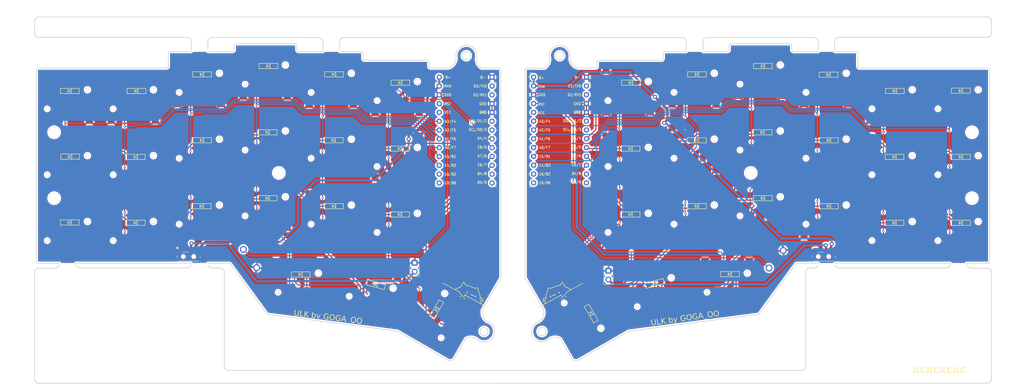
<source format=kicad_pcb>
(kicad_pcb (version 20241229) (generator "pcbnew") (generator_version "9.0")
  (title_block (title "ULK_pg1316s_Stealth") (date "2025-09-11") (rev "1.0.0") (company "GOGA_OO"))
  (layers (0 "F.Cu" signal) (2 "B.Cu" signal) (13 "F.Paste" user) (15 "B.Paste" user) (5 "F.SilkS" user "F.Silkscreen") (7 "B.SilkS" user "B.Silkscreen") (1 "F.Mask" user) (3 "B.Mask" user) (25 "Edge.Cuts" user))
  (net 0 "")
  (net 1 "row0")
  (net 2 "Net-(D1-A)")
  (net 3 "row1")
  (net 4 "Net-(D2-A)")
  (net 5 "row2")
  (net 6 "Net-(D3-A)")
  (net 7 "row3")
  (net 8 "Net-(D4-A)")
  (net 9 "Net-(D5-A)")
  (net 10 "Net-(D6-A)")
  (net 11 "Net-(D7-A)")
  (net 12 "Net-(D8-A)")
  (net 13 "Net-(D9-A)")
  (net 14 "Net-(D10-A)")
  (net 15 "Net-(D11-A)")
  (net 16 "Net-(D12-A)")
  (net 17 "Net-(D13-A)")
  (net 18 "Net-(D14-A)")
  (net 19 "Net-(D15-A)")
  (net 20 "Net-(D16-A)")
  (net 21 "Net-(D17-A)")
  (net 22 "Net-(D18-A)")
  (net 23 "Net-(D19-A)")
  (net 24 "Net-(D20-A)")
  (net 25 "Net-(D21-A)")
  (net 26 "GND")
  (net 27 "VCC")
  (net 28 "col0")
  (net 29 "col1")
  (net 30 "col2")
  (net 31 "col3")
  (net 32 "col4")
  (net 33 "col5")
  (net 34 "Net-(D22-A)")
  (net 35 "Net-(D23-A)")
  (net 36 "reset")
  (net 37 "SCL")
  (net 38 "SDA")
  (net 39 "Net-(D24-A)")
  (net 40 "Net-(D25-A)")
  (net 41 "Net-(D26-A)")
  (net 42 "Net-(D27-A)")
  (net 43 "Net-(D28-A)")
  (net 44 "Net-(D29-A)")
  (net 45 "row0_r")
  (net 46 "Net-(D30-A)")
  (net 47 "Net-(D31-A)")
  (net 48 "Net-(D32-A)")
  (net 49 "Net-(D33-A)")
  (net 50 "Net-(D34-A)")
  (net 51 "row1_r")
  (net 52 "Net-(D35-A)")
  (net 53 "Net-(D36-A)")
  (net 54 "Net-(D37-A)")
  (net 55 "Net-(D38-A)")
  (net 56 "Net-(D39-A)")
  (net 57 "Net-(D40-A)")
  (net 58 "row2_r")
  (net 59 "Net-(D41-A)")
  (net 60 "Net-(D42-A)")
  (net 64 "row3_r")
  (net 67 "SDA_r")
  (net 68 "SCL_r")
  (net 70 "reset_r")
  (net 71 "col0_r")
  (net 72 "col1_r")
  (net 73 "col2_r")
  (net 74 "col3_r")
  (net 75 "col4_r")
  (net 76 "col5_r")
  (net 77 "VDD")
  (net 78 "GNDA")
  (net 85 "+1V5")
  (net 86 "Net-(U3-+)")
  (net 88 "Net-(U5-+)")
  (net 89 "1V5")
  (footprint "kbd:ResetSW_1side" (layer "F.Cu") (at 72.7075 81.68 126)
    (property "Reference" "RSW1" (hide yes))
    (property "Value" "SW_PUS" (hide yes))
  )
  (footprint "kbd:D3_SMD_v2" (layer "F.Cu") (at 20.8075 33.38)
    (property "Reference" "D1" (hide yes))
    (property "Value" "D" (hide yes))
  )
  (footprint "kbd:D3_SMD_v2" (layer "F.Cu") (at 40.0075 33.38)
    (property "Reference" "D2" (hide yes))
    (property "Value" "D" (hide yes))
  )
  (footprint "kbd:D3_SMD_v2" (layer "F.Cu") (at 58.9075 28.58)
    (property "Reference" "D3" (hide yes))
    (property "Value" "D" (hide yes))
  )
  (footprint "kbd:D3_SMD_v2" (layer "F.Cu") (at 78.0075 26.18)
    (property "Reference" "D4" (hide yes))
    (property "Value" "D" (hide yes))
  )
  (footprint "kbd:D3_SMD_v2" (layer "F.Cu") (at 96.9275 28.58)
    (property "Reference" "D5" (hide yes))
    (property "Value" "D" (hide yes))
  )
  (footprint "kbd:D3_SMD_v2" (layer "F.Cu") (at 116.0075 30.98)
    (property "Reference" "D6" (hide yes))
    (property "Value" "D" (hide yes))
  )
  (footprint "kbd:D3_SMD_v2" (layer "F.Cu") (at 20.9075 52.28)
    (property "Reference" "D7" (hide yes))
    (property "Value" "D" (hide yes))
  )
  (footprint "kbd:D3_SMD_v2" (layer "F.Cu") (at 39.8075 52.38)
    (property "Reference" "D8" (hide yes))
    (property "Value" "D" (hide yes))
  )
  (footprint "kbd:D3_SMD_v2" (layer "F.Cu") (at 58.9075 47.58)
    (property "Reference" "D9" (hide yes))
    (property "Value" "D" (hide yes))
  )
  (footprint "kbd:D3_SMD_v2" (layer "F.Cu") (at 77.8075 45.28)
    (property "Reference" "D10" (hide yes))
    (property "Value" "D" (hide yes))
  )
  (footprint "kbd:D3_SMD_v2" (layer "F.Cu") (at 96.8075 47.58)
    (property "Reference" "D11" (hide yes))
    (property "Value" "D" (hide yes))
  )
  (footprint "kbd:D3_SMD_v2" (layer "F.Cu") (at 115.9075 49.98)
    (property "Reference" "D12" (hide yes))
    (property "Value" "D" (hide yes))
  )
  (footprint "kbd:D3_SMD_v2" (layer "F.Cu") (at 20.8075 71.28)
    (property "Reference" "D13" (hide yes))
    (property "Value" "D" (hide yes))
  )
  (footprint "kbd:D3_SMD_v2" (layer "F.Cu") (at 39.8075 71.38)
    (property "Reference" "D14" (hide yes))
    (property "Value" "D" (hide yes))
  )
  (footprint "kbd:D3_SMD_v2" (layer "F.Cu") (at 58.8075 66.58)
    (property "Reference" "D15" (hide yes))
    (property "Value" "D" (hide yes))
  )
  (footprint "kbd:D3_SMD_v2" (layer "F.Cu") (at 77.8075 64.28)
    (property "Reference" "D16" (hide yes))
    (property "Value" "D" (hide yes))
  )
  (footprint "kbd:D3_SMD_v2" (layer "F.Cu") (at 96.9075 66.58)
    (property "Reference" "D17" (hide yes))
    (property "Value" "D" (hide yes))
  )
  (footprint "kbd:D3_SMD_v2" (layer "F.Cu") (at 115.9075 68.98)
    (property "Reference" "D18" (hide yes))
    (property "Value" "D" (hide yes))
  )
  (footprint "kbd:D3_SMD_v2" (layer "F.Cu") (at 87.3075 86.28)
    (property "Reference" "D19" (hide yes))
    (property "Value" "D" (hide yes))
  )
  (footprint "kbd:D3_SMD_v2" (layer "F.Cu") (at 108.9475 89.22 -15)
    (property "Reference" "D20" (hide yes))
    (property "Value" "D" (hide yes))
  )
  (footprint "kbd:D3_SMD_v2" (layer "F.Cu") (at 126.4775 96.29 60)
    (property "Reference" "D21" (hide yes))
    (property "Value" "D" (hide yes))
  )
  (footprint "PG1316:CPG1316S01D02_kailhspecsheet_mikefive" (layer "F.Cu") (at 39.1075 35.78)
    (property "Reference" "SW2" (hide yes))
    (property "Value" "SW_PUSH" (hide yes))
    (fp_circle (center -5.8 2.75) (end -5.3 2.75) (stroke (width 0.1)) (fill no) (layer "Edge.Cuts"))
    (fp_circle (center 5.8 -2.75) (end 6.4 -2.75) (stroke (width 0.1)) (fill no) (layer "Edge.Cuts"))
  )
  (footprint "PG1316:CPG1316S01D02_kailhspecsheet_mikefive" (layer "F.Cu") (at 58.1075 31.03)
    (property "Reference" "SW3" (hide yes))
    (property "Value" "SW_PUSH" (hide yes))
    (fp_circle (center -5.8 2.75) (end -5.3 2.75) (stroke (width 0.1)) (fill no) (layer "Edge.Cuts"))
    (fp_circle (center 5.8 -2.75) (end 6.4 -2.75) (stroke (width 0.1)) (fill no) (layer "Edge.Cuts"))
  )
  (footprint "PG1316:CPG1316S01D02_kailhspecsheet_mikefive" (layer "F.Cu") (at 77.1075 28.655)
    (property "Reference" "SW4" (hide yes))
    (property "Value" "SW_PUSH" (hide yes))
    (fp_circle (center -5.8 2.75) (end -5.3 2.75) (stroke (width 0.1)) (fill no) (layer "Edge.Cuts"))
    (fp_circle (center 5.8 -2.75) (end 6.4 -2.75) (stroke (width 0.1)) (fill no) (layer "Edge.Cuts"))
  )
  (footprint "PG1316:CPG1316S01D02_kailhspecsheet_mikefive" (layer "F.Cu") (at 96.1075 31.03)
    (property "Reference" "SW5" (hide yes))
    (property "Value" "SW_PUSH" (hide yes))
    (fp_circle (center -5.8 2.75) (end -5.3 2.75) (stroke (width 0.1)) (fill no) (layer "Edge.Cuts"))
    (fp_circle (center 5.8 -2.75) (end 6.4 -2.75) (stroke (width 0.1)) (fill no) (layer "Edge.Cuts"))
  )
  (footprint "PG1316:CPG1316S01D02_kailhspecsheet_mikefive" (layer "F.Cu") (at 20.1075 54.78)
    (property "Reference" "SW7" (hide yes))
    (property "Value" "SW_PUSH" (hide yes))
    (fp_circle (center -5.8 2.75) (end -5.3 2.75) (stroke (width 0.1)) (fill no) (layer "Edge.Cuts"))
    (fp_circle (center 5.8 -2.75) (end 6.4 -2.75) (stroke (width 0.1)) (fill no) (layer "Edge.Cuts"))
  )
  (footprint "PG1316:CPG1316S01D02_kailhspecsheet_mikefive" (layer "F.Cu") (at 39.1075 54.78)
    (property "Reference" "SW8" (hide yes))
    (property "Value" "SW_PUSH" (hide yes))
    (fp_circle (center -5.8 2.75) (end -5.3 2.75) (stroke (width 0.1)) (fill no) (layer "Edge.Cuts"))
    (fp_circle (center 5.8 -2.75) (end 6.4 -2.75) (stroke (width 0.1)) (fill no) (layer "Edge.Cuts"))
  )
  (footprint "PG1316:CPG1316S01D02_kailhspecsheet_mikefive" (layer "F.Cu") (at 58.1075 50.03)
    (property "Reference" "SW9" (hide yes))
    (property "Value" "SW_PUSH" (hide yes))
    (fp_circle (center -5.8 2.75) (end -5.3 2.75) (stroke (width 0.1)) (fill no) (layer "Edge.Cuts"))
    (fp_circle (center 5.8 -2.75) (end 6.4 -2.75) (stroke (width 0.1)) (fill no) (layer "Edge.Cuts"))
  )
  (footprint "PG1316:CPG1316S01D02_kailhspecsheet_mikefive" (layer "F.Cu") (at 77.1075 47.655)
    (property "Reference" "SW10" (hide yes))
    (property "Value" "SW_PUSH" (hide yes))
    (fp_circle (center -5.8 2.75) (end -5.3 2.75) (stroke (width 0.1)) (fill no) (layer "Edge.Cuts"))
    (fp_circle (center 5.8 -2.75) (end 6.4 -2.75) (stroke (width 0.1)) (fill no) (layer "Edge.Cuts"))
  )
  (footprint "PG1316:CPG1316S01D02_kailhspecsheet_mikefive" (layer "F.Cu") (at 96.1075 50.03)
    (property "Reference" "SW11" (hide yes))
    (property "Value" "SW_PUSH" (hide yes))
    (fp_circle (center -5.8 2.75) (end -5.3 2.75) (stroke (width 0.1)) (fill no) (layer "Edge.Cuts"))
    (fp_circle (center 5.8 -2.75) (end 6.4 -2.75) (stroke (width 0.1)) (fill no) (layer "Edge.Cuts"))
  )
  (footprint "PG1316:CPG1316S01D02_kailhspecsheet_mikefive" (layer "F.Cu") (at 115.1075 52.405)
    (property "Reference" "SW12" (hide yes))
    (property "Value" "SW_PUSH" (hide yes))
    (fp_circle (center -5.8 2.75) (end -5.3 2.75) (stroke (width 0.1)) (fill no) (layer "Edge.Cuts"))
    (fp_circle (center 5.8 -2.75) (end 6.4 -2.75) (stroke (width 0.1)) (fill no) (layer "Edge.Cuts"))
  )
  (footprint "PG1316:CPG1316S01D02_kailhspecsheet_mikefive" (layer "F.Cu") (at 20.1075 73.78)
    (property "Reference" "SW13" (hide yes))
    (property "Value" "SW_PUSH" (hide yes))
    (fp_circle (center -5.8 2.75) (end -5.3 2.75) (stroke (width 0.1)) (fill no) (layer "Edge.Cuts"))
    (fp_circle (center 5.8 -2.75) (end 6.4 -2.75) (stroke (width 0.1)) (fill no) (layer "Edge.Cuts"))
  )
  (footprint "PG1316:CPG1316S01D02_kailhspecsheet_mikefive" (layer "F.Cu") (at 39.1075 73.78)
    (property "Reference" "SW14" (hide yes))
    (property "Value" "SW_PUSH" (hide yes))
    (fp_circle (center -5.8 2.75) (end -5.3 2.75) (stroke (width 0.1)) (fill no) (layer "Edge.Cuts"))
    (fp_circle (center 5.8 -2.75) (end 6.4 -2.75) (stroke (width 0.1)) (fill no) (layer "Edge.Cuts"))
  )
  (footprint "PG1316:CPG1316S01D02_kailhspecsheet_mikefive" (layer "F.Cu") (at 58.1075 69.03)
    (property "Reference" "SW15" (hide yes))
    (property "Value" "SW_PUSH" (hide yes))
    (fp_circle (center -5.8 2.75) (end -5.3 2.75) (stroke (width 0.1)) (fill no) (layer "Edge.Cuts"))
    (fp_circle (center 5.8 -2.75) (end 6.4 -2.75) (stroke (width 0.1)) (fill no) (layer "Edge.Cuts"))
  )
  (footprint "PG1316:CPG1316S01D02_kailhspecsheet_mikefive" (layer "F.Cu") (at 77.1075 66.655)
    (property "Reference" "SW16" (hide yes))
    (property "Value" "SW_PUSH" (hide yes))
    (fp_circle (center -5.8 2.75) (end -5.3 2.75) (stroke (width 0.1)) (fill no) (layer "Edge.Cuts"))
    (fp_circle (center 5.8 -2.75) (end 6.4 -2.75) (stroke (width 0.1)) (fill no) (layer "Edge.Cuts"))
  )
  (footprint "PG1316:CPG1316S01D02_kailhspecsheet_mikefive" (layer "F.Cu") (at 96.1075 69.03)
    (property "Reference" "SW17" (hide yes))
    (property "Value" "SW_PUSH" (hide yes))
    (fp_circle (center -5.8 2.75) (end -5.3 2.75) (stroke (width 0.1)) (fill no) (layer "Edge.Cuts"))
    (fp_circle (center 5.8 -2.75) (end 6.4 -2.75) (stroke (width 0.1)) (fill no) (layer "Edge.Cuts"))
  )
  (footprint "PG1316:CPG1316S01D02_kailhspecsheet_mikefive" (layer "F.Cu") (at 115.1075 71.405)
    (property "Reference" "SW18" (hide yes))
    (property "Value" "SW_PUSH" (hide yes))
    (fp_circle (center -5.8 2.75) (end -5.3 2.75) (stroke (width 0.1)) (fill no) (layer "Edge.Cuts"))
    (fp_circle (center 5.8 -2.75) (end 6.4 -2.75) (stroke (width 0.1)) (fill no) (layer "Edge.Cuts"))
  )
  (footprint "PG1316:CPG1316S01D02_kailhspecsheet_mikefive" (layer "F.Cu") (at 86.6075 88.655)
    (property "Reference" "SW19" (hide yes))
    (property "Value" "SW_PUSH" (hide yes))
    (fp_circle (center -5.8 2.75) (end -5.3 2.75) (stroke (width 0.1)) (fill no) (layer "Edge.Cuts"))
    (fp_circle (center 5.8 -2.75) (end 6.4 -2.75) (stroke (width 0.1)) (fill no) (layer "Edge.Cuts"))
  )
  (footprint "PG1316:CPG1316S01D02_kailhspecsheet_mikefive" (layer "F.Cu") (at 107.6075 91.405 -15)
    (property "Reference" "SW20" (hide yes))
    (property "Value" "SW_PUSH" (hide yes))
    (fp_circle (center -5.8 2.75) (end -5.3 2.75) (stroke (width 0.1)) (fill no) (layer "Edge.Cuts"))
    (fp_circle (center 5.8 -2.75) (end 6.4 -2.75) (stroke (width 0.1)) (fill no) (layer "Edge.Cuts"))
  )
  (footprint "PG1316:CPG1316S01D02_kailhspecsheet_mikefive" (layer "F.Cu") (at 128.2575 98.155 60)
    (property "Reference" "SW21" (hide yes))
    (property "Value" "SW_PUSH" (hide yes))
    (fp_circle (center -5.8 2.75) (end -5.3 2.75) (stroke (width 0.1)) (fill no) (layer "Edge.Cuts"))
    (fp_circle (center 5.8 -2.75) (end 6.4 -2.75) (stroke (width 0.1)) (fill no) (layer "Edge.Cuts"))
  )
  (footprint "PG1316:CPG1316S01D02_kailhspecsheet_mikefive" (layer "F.Cu") (at 168.4645 98.15 -60)
    (property "Reference" "SW42" (hide yes))
    (property "Value" "SW_PUSH" (hide yes))
    (fp_circle (center -5.8 2.75) (end -5.3 2.75) (stroke (width 0.1)) (fill no) (layer "Edge.Cuts"))
    (fp_circle (center 5.8 -2.75) (end 6.4 -2.75) (stroke (width 0.1)) (fill no) (layer "Edge.Cuts"))
  )
  (footprint "kbd:ResetSW_1side" (layer "F.Cu") (at 224.2075 81.88 -129)
    (property "Reference" "RSW2" (hide yes))
    (property "Value" "SW_PUS" (hide yes))
  )
  (footprint "kbd:D3_SMD_v2" (layer "F.Cu") (at 258.4075 33.38)
    (property "Reference" "D23" (hide yes))
    (property "Value" "D" (hide yes))
  )
  (footprint "kbd:D3_SMD_v2" (layer "F.Cu") (at 239.3075 28.68)
    (property "Reference" "D24" (hide yes))
    (property "Value" "D" (hide yes))
  )
  (footprint "kbd:D3_SMD_v2" (layer "F.Cu") (at 220.4075 26.18)
    (property "Reference" "D25" (hide yes))
    (property "Value" "D" (hide yes))
  )
  (footprint "kbd:D3_SMD_v2" (layer "F.Cu") (at 182.4075 30.98)
    (property "Reference" "D27" (hide yes))
    (property "Value" "D" (hide yes))
  )
  (footprint "kbd:D3_SMD_v2" (layer "F.Cu") (at 277.4075 52.38)
    (property "Reference" "D28" (hide yes))
    (property "Value" "D" (hide yes))
  )
  (footprint "kbd:D3_SMD_v2" (layer "F.Cu") (at 258.3075 52.38)
    (property "Reference" "D29" (hide yes))
    (property "Value" "D" (hide yes))
  )
  (footprint "kbd:D3_SMD_v2" (layer "F.Cu") (at 239.4075 47.58)
    (property "Reference" "D30" (hide yes))
    (property "Value" "D" (hide yes))
  )
  (footprint "kbd:D3_SMD_v2" (layer "F.Cu") (at 220.3075 45.28)
    (property "Reference" "D31" (hide yes))
    (property "Value" "D" (hide yes))
  )
  (footprint "kbd:D3_SMD_v2" (layer "F.Cu") (at 201.4075 47.58)
    (property "Reference" "D32" (hide yes))
    (property "Value" "D" (hide yes))
  )
  (footprint "kbd:D3_SMD_v2" (layer "F.Cu") (at 182.3075 49.98)
    (property "Reference" "D33" (hide yes))
    (property "Value" "D" (hide yes))
  )
  (footprint "kbd:D3_SMD_v2" (layer "F.Cu") (at 277.4075 71.38)
    (property "Reference" "D34" (hide yes))
    (property "Value" "D" (hide yes))
  )
  (footprint "kbd:D3_SMD_v2" (layer "F.Cu") (at 258.3075 71.38)
    (property "Reference" "D35" (hide yes))
    (property "Value" "D" (hide yes))
  )
  (footprint "kbd:D3_SMD_v2" (layer "F.Cu") (at 239.4075 66.58)
    (property "Reference" "D36" (hide yes))
    (property "Value" "D" (hide yes))
  )
  (footprint "kbd:D3_SMD_v2" (layer "F.Cu") (at 220.4075 64.28)
    (property "Reference" "D37" (hide yes))
    (property "Value" "D" (hide yes))
  )
  (footprint "kbd:D3_SMD_v2" (layer "F.Cu") (at 201.4075 66.58)
    (property "Reference" "D38" (hide yes))
    (property "Value" "D" (hide yes))
  )
  (footprint "kbd:D3_SMD_v2" (layer "F.Cu") (at 182.3075 68.98)
    (property "Reference" "D39" (hide yes))
    (property "Value" "D" (hide yes))
  )
  (footprint "kbd:D3_SMD_v2" (layer "F.Cu") (at 210.9075 86.18)
    (property "Reference" "D40" (hide yes))
    (property "Value" "D" (hide yes))
  )
  (footprint "kbd:D3_SMD_v2" (layer "F.Cu") (at 189.2775 88.86 15)
    (property "Reference" "D41" (hide yes))
    (property "Value" "D" (hide yes))
  )
  (footprint "kbd:D3_SMD_v2" (layer "F.Cu") (at 170.9875 97.56 -60)
    (property "Reference" "D42" (hide yes))
    (property "Value" "D" (hide yes))
  )
  (footprint "kbd:D3_SMD_v2" (layer "F.Cu") (at 277.4075 33.28)
    (property "Reference" "D22" (hide yes))
    (property "Value" "D" (hide yes))
  )
  (footprint "PG1316:CPG1316S01D02_kailhspecsheet_mikefive" (layer "F.Cu") (at 219.6145 66.65)
    (property "Reference" "SW37" (hide yes))
    (property "Value" "SW_PUSH" (hide yes))
    (fp_circle (center -5.8 2.75) (end -5.3 2.75) (stroke (width 0.1)) (fill no) (layer "Edge.Cuts"))
    (fp_circle (center 5.8 -2.75) (end 6.4 -2.75) (stroke (width 0.1)) (fill no) (layer "Edge.Cuts"))
  )
  (footprint "PG1316:CPG1316S01D02_kailhspecsheet_mikefive" (layer "F.Cu") (at 200.6145 69.025)
    (property "Reference" "SW38" (hide yes))
    (property "Value" "SW_PUSH" (hide yes))
    (fp_circle (center -5.8 2.75) (end -5.3 2.75) (stroke (width 0.1)) (fill no) (layer "Edge.Cuts"))
    (fp_circle (center 5.8 -2.75) (end 6.4 -2.75) (stroke (width 0.1)) (fill no) (layer "Edge.Cuts"))
  )
  (footprint "PG1316:CPG1316S01D02_kailhspecsheet_mikefive" (layer "F.Cu") (at 181.6145 71.4)
    (property "Reference" "SW39" (hide yes))
    (property "Value" "SW_PUSH" (hide yes))
    (fp_circle (center -5.8 2.75) (end -5.3 2.75) (stroke (width 0.1)) (fill no) (layer "Edge.Cuts"))
    (fp_circle (center 5.8 -2.75) (end 6.4 -2.75) (stroke (width 0.1)) (fill no) (layer "Edge.Cuts"))
  )
  (footprint "PG1316:CPG1316S01D02_kailhspecsheet_mikefive" (layer "F.Cu") (at 210.1145 88.65)
    (property "Reference" "SW40" (hide yes))
    (property "Value" "SW_PUSH" (hide yes))
    (fp_circle (center -5.8 2.75) (end -5.3 2.75) (stroke (width 0.1)) (fill no) (layer "Edge.Cuts"))
    (fp_circle (center 5.8 -2.75) (end 6.4 -2.75) (stroke (width 0.1)) (fill no) (layer "Edge.Cuts"))
  )
  (footprint "PG1316:CPG1316S01D02_kailhspecsheet_mikefive" (layer "F.Cu") (at 189.1145 91.4 15)
    (property "Reference" "SW41" (hide yes))
    (property "Value" "SW_PUSH" (hide yes))
    (fp_circle (center -5.799999 2.75) (end -5.3 2.75) (stroke (width 0.1)) (fill no) (layer "Edge.Cuts"))
    (fp_circle (center 5.799999 -2.75) (end 6.4 -2.75) (stroke (width 0.1)) (fill no) (layer "Edge.Cuts"))
  )
  (footprint "PG1316:CPG1316S01D02_kailhspecsheet_mikefive" (layer "F.Cu") (at 219.6145 28.65)
    (property "Reference" "SW25" (hide yes))
    (property "Value" "SW_PUSH" (hide yes))
    (fp_circle (center -5.8 2.75) (end -5.3 2.75) (stroke (width 0.1)) (fill no) (layer "Edge.Cuts"))
    (fp_circle (center 5.8 -2.75) (end 6.4 -2.75) (stroke (width 0.1)) (fill no) (layer "Edge.Cuts"))
  )
  (footprint "PG1316:CPG1316S01D02_kailhspecsheet_mikefive" (layer "F.Cu") (at 200.6145 31.025)
    (property "Reference" "SW26" (hide yes))
    (property "Value" "SW_PUSH" (hide yes))
    (fp_circle (center -5.8 2.75) (end -5.3 2.75) (stroke (width 0.1)) (fill no) (layer "Edge.Cuts"))
    (fp_circle (center 5.8 -2.75) (end 6.4 -2.75) (stroke (width 0.1)) (fill no) (layer "Edge.Cuts"))
  )
  (footprint "PG1316:CPG1316S01D02_kailhspecsheet_mikefive" (layer "F.Cu") (at 276.6145 54.775)
    (property "Reference" "SW28" (hide yes))
    (property "Value" "SW_PUSH" (hide yes))
    (fp_circle (center -5.8 2.75) (end -5.3 2.75) (stroke (width 0.1)) (fill no) (layer "Edge.Cuts"))
    (fp_circle (center 5.8 -2.75) (end 6.4 -2.75) (stroke (width 0.1)) (fill no) (layer "Edge.Cuts"))
  )
  (footprint "PG1316:CPG1316S01D02_kailhspecsheet_mikefive" (layer "F.Cu") (at 238.6145 31.025)
    (property "Reference" "SW24" (hide yes))
    (property "Value" "SW_PUSH" (hide yes))
    (fp_circle (center -5.8 2.75) (end -5.3 2.75) (stroke (width 0.1)) (fill no) (layer "Edge.Cuts"))
    (fp_circle (center 5.8 -2.75) (end 6.4 -2.75) (stroke (width 0.1)) (fill no) (layer "Edge.Cuts"))
  )
  (footprint "PG1316:CPG1316S01D02_kailhspecsheet_mikefive" (layer "F.Cu") (at 257.6145 54.775)
    (property "Reference" "SW29" (hide yes))
    (property "Value" "SW_PUSH" (hide yes))
    (fp_circle (center -5.8 2.75) (end -5.3 2.75) (stroke (width 0.1)) (fill no) (layer "Edge.Cuts"))
    (fp_circle (center 5.8 -2.75) (end 6.4 -2.75) (stroke (width 0.1)) (fill no) (layer "Edge.Cuts"))
  )
  (footprint "PG1316:CPG1316S01D02_kailhspecsheet_mikefive" (layer "F.Cu") (at 257.6145 73.775)
    (property "Reference" "SW35" (hide yes))
    (property "Value" "SW_PUSH" (hide yes))
    (fp_circle (center -5.8 2.75) (end -5.3 2.75) (stroke (width 0.1)) (fill no) (layer "Edge.Cuts"))
    (fp_circle (center 5.8 -2.75) (end 6.4 -2.75) (stroke (width 0.1)) (fill no) (layer "Edge.Cuts"))
  )
  (footprint "PG1316:CPG1316S01D02_kailhspecsheet_mikefive" (layer "F.Cu") (at 238.6145 69.025)
    (property "Reference" "SW36" (hide yes))
    (property "Value" "SW_PUSH" (hide yes))
    (fp_circle (center -5.8 2.75) (end -5.3 2.75) (stroke (width 0.1)) (fill no) (layer "Edge.Cuts"))
    (fp_circle (center 5.8 -2.75) (end 6.4 -2.75) (stroke (width 0.1)) (fill no) (layer "Edge.Cuts"))
  )
  (footprint "PG1316:CPG1316S01D02_kailhspecsheet_mikefive" (layer "F.Cu") (at 276.6145 35.775)
    (property "Reference" "SW22" (hide yes))
    (property "Value" "SW_PUSH" (hide yes))
    (fp_circle (center -5.8 2.75) (end -5.3 2.75) (stroke (width 0.1)) (fill no) (layer "Edge.Cuts"))
    (fp_circle (center 5.8 -2.75) (end 6.4 -2.75) (stroke (width 0.1)) (fill no) (layer "Edge.Cuts"))
  )
  (footprint "PG1316:CPG1316S01D02_kailhspecsheet_mikefive" (layer "F.Cu") (at 257.6145 35.775)
    (property "Reference" "SW23" (hide yes))
    (property "Value" "SW_PUSH" (hide yes))
    (fp_circle (center -5.8 2.75) (end -5.3 2.75) (stroke (width 0.1)) (fill no) (layer "Edge.Cuts"))
    (fp_circle (center 5.8 -2.75) (end 6.4 -2.75) (stroke (width 0.1)) (fill no) (layer "Edge.Cuts"))
  )
  (footprint "PG1316:CPG1316S01D02_kailhspecsheet_mikefive" (layer "F.Cu") (at 238.6145 50.025)
    (property "Reference" "SW30" (hide yes))
    (property "Value" "SW_PUSH" (hide yes))
    (fp_circle (center -5.8 2.75) (end -5.3 2.75) (stroke (width 0.1)) (fill no) (layer "Edge.Cuts"))
    (fp_circle (center 5.8 -2.75) (end 6.4 -2.75) (stroke (width 0.1)) (fill no) (layer "Edge.Cuts"))
  )
  (footprint "PG1316:CPG1316S01D02_kailhspecsheet_mikefive" (layer "F.Cu") (at 219.6145 47.65)
    (property "Reference" "SW31" (hide yes))
    (property "Value" "SW_PUSH" (hide yes))
    (fp_circle (center -5.8 2.75) (end -5.3 2.75) (stroke (width 0.1)) (fill no) (layer "Edge.Cuts"))
    (fp_circle (center 5.8 -2.75) (end 6.4 -2.75) (stroke (width 0.1)) (fill no) (layer "Edge.Cuts"))
  )
  (footprint "PG1316:CPG1316S01D02_kailhspecsheet_mikefive" (layer "F.Cu") (at 200.6145 50.025)
    (property "Reference" "SW32" (hide yes))
    (property "Value" "SW_PUSH" (hide yes))
    (fp_circle (center -5.8 2.75) (end -5.3 2.75) (stroke (width 0.1)) (fill no) (layer "Edge.Cuts"))
    (fp_circle (center 5.8 -2.75) (end 6.4 -2.75) (stroke (width 0.1)) (fill no) (layer "Edge.Cuts"))
  )
  (footprint "PG1316:CPG1316S01D02_kailhspecsheet_mikefive" (layer "F.Cu") (at 181.6145 52.4)
    (property "Reference" "SW33" (hide yes))
    (property "Value" "SW_PUSH" (hide yes))
    (fp_circle (center -5.8 2.75) (end -5.3 2.75) (stroke (width 0.1)) (fill no) (layer "Edge.Cuts"))
    (fp_circle (center 5.8 -2.75) (end 6.4 -2.75) (stroke (width 0.1)) (fill no) (layer "Edge.Cuts"))
  )
  (footprint "PG1316:CPG1316S01D02_kailhspecsheet_mikefive" (layer "F.Cu") (at 276.6145 73.775)
    (property "Reference" "SW34" (hide yes))
    (property "Value" "SW_PUSH" (hide yes))
    (fp_circle (center -5.8 2.75) (end -5.3 2.75) (stroke (width 0.1)) (fill no) (layer "Edge.Cuts"))
    (fp_circle (center 5.8 -2.75) (end 6.4 -2.75) (stroke (width 0.1)) (fill no) (layer "Edge.Cuts"))
  )
  (footprint "kbd:D3_SMD_v2" (layer "F.Cu") (at 201.4075 28.58)
    (property "Reference" "D26" (hide yes))
    (property "Value" "D" (hide yes))
  )
  (footprint "PG1316:CPG1316S01D02_kailhspecsheet_mikefive" (layer "F.Cu") (at 20.1075 35.78)
    (property "Reference" "SW1" (hide yes))
    (property "Value" "SW_PUSH" (hide yes))
    (fp_circle (center -5.8 2.75) (end -5.3 2.75) (stroke (width 0.1)) (fill no) (layer "Edge.Cuts"))
    (fp_circle (center 5.8 -2.75) (end 6.4 -2.75) (stroke (width 0.1)) (fill no) (layer "Edge.Cuts"))
  )
  (footprint "PG1316:CPG1316S01D02_kailhspecsheet_mikefive" (layer "F.Cu") (at 115.1075 33.405)
    (property "Reference" "SW6" (hide yes))
    (property "Value" "SW_PUSH" (hide yes))
    (fp_circle (center -5.8 2.75) (end -5.3 2.75) (stroke (width 0.1)) (fill no) (layer "Edge.Cuts"))
    (fp_circle (center 5.8 -2.75) (end 6.4 -2.75) (stroke (width 0.1)) (fill no) (layer "Edge.Cuts"))
  )
  (footprint "PG1316:CPG1316S01D02_kailhspecsheet_mikefive" (layer "F.Cu") (at 181.6075 33.405)
    (property "Reference" "SW27" (hide yes))
    (property "Value" "SW_PUSH" (hide yes))
    (fp_circle (center -5.8 2.75) (end -5.3 2.75) (stroke (width 0.1)) (fill no) (layer "Edge.Cuts"))
    (fp_circle (center 5.8 -2.75) (end 6.4 -2.75) (stroke (width 0.1)) (fill no) (layer "Edge.Cuts"))
  )
  (footprint "kbd:ProMicro_v3" (layer "F.Cu") (at 134.8125 46.42)
    (property "Reference" "U1" (hide yes))
    (property "Value" "ProMicro" (hide yes))
  )
  (footprint "kbd:ProMicro_v3" (layer "F.Cu") (at 161.9875 46.39)
    (property "Reference" "U2" (hide yes))
    (property "Value" "ProMicro" (hide yes))
  )
  (footprint "Panelization.pretty-master:mouse-bite-2mm-slot" (layer "F.Cu") (at 19.9075 83.38)
    (property "Reference" "mouse-bite-2mm-slot" (hide yes))
    (property "Value" "VAL**" (hide yes))
  )
  (footprint "Panelization.pretty-master:mouse-bite-2mm-slot" (layer "F.Cu") (at 276.3075 83.38)
    (property "Reference" "mouse-bite-2mm-slot" (hide yes))
    (property "Value" "VAL**" (hide yes))
  )
  (footprint "Panelization.pretty-master:mouse-bite-2mm-slot" (layer "F.Cu") (at 57.8075 83.38)
    (property "Reference" "mouse-bite-2mm-slot" (hide yes))
    (property "Value" "VAL**" (hide yes))
  )
  (footprint "Bongo:15mm bongo1_1" (layer "F.Cu") (at 135.9075 91.33 -42)
    (property "Reference" "G***" (hide yes))
    (property "Value" "LOGO" (hide yes))
  )
  (footprint "PCM12SMTR:SW_PCM12SMTR" (layer "F.Cu") (at 55.0075 81.13)
    (property "Reference" "SW43" (hide yes))
    (property "Value" "PCM12SMTR" (hide yes))
  )
  (footprint "Panelization.pretty-master:mouse-bite-2mm-slot" (layer "F.Cu") (at 238.4575 83.38)
    (property "Reference" "mouse-bite-2mm-slot" (hide yes))
    (property "Value" "VAL**" (hide yes))
  )
  (footprint "PCM12SMTR:SW_PCM12SMTR" (layer "F.Cu") (at 237.8575 81.13)
    (property "Reference" "SW44" (hide yes))
    (property "Value" "PCM12SMTR" (hide yes))
  )
  (footprint "Panelization.pretty-master:mouse-bite-2mm-slot" (layer "F.Cu") (at 200.4575 21.68)
    (property "Reference" "mouse-bite-2mm-slot" (hide yes))
    (property "Value" "VAL**" (hide yes))
  )
  (footprint "Panelization.pretty-master:mouse-bite-2mm-slot" (layer "F.Cu") (at 238.4575 21.68)
    (property "Reference" "mouse-bite-2mm-slot" (hide yes))
    (property "Value" "VAL**" (hide yes))
  )
  (footprint "Connector_PinHeader_2.54mm:PinHeader_1x02_P2.54mm_Vertical" (layer "F.Cu") (at 120.1075 82.905)
    (property "Reference" "U3" (hide yes))
    (property "Value" "~")
  )
  (footprint "Panelization.pretty-master:mouse-bite-2mm-slot" (layer "F.Cu") (at 95.7075 21.68)
    (property "Reference" "mouse-bite-2mm-slot" (hide yes))
    (property "Value" "VAL**" (hide yes))
  )
  (footprint "Connector_PinHeader_2.54mm:PinHeader_1x02_P2.54mm_Vertical" (layer "F.Cu") (at 175.9075 85.205)
    (property "Reference" "U5" (hide yes))
    (property "Value" "~")
  )
  (footprint "Bongo:15mm bongo1" (layer "F.Cu") (at 160.990338 91.332078 42)
    (property "Reference" "G***" (hide yes))
    (property "Value" "LOGO" (hide yes))
  )
  (footprint "Panelization.pretty-master:mouse-bite-2mm-slot" (layer "F.Cu") (at 57.8075 21.68)
    (property "Reference" "mouse-bite-2mm-slot" (hide yes))
    (property "Value" "VAL**" (hide yes))
  )
  (gr_line (start 23.0758 84.19) (end 23.2717 84.294) (stroke (width 0.2)) (layer "Edge.Cuts"))
  (gr_line (start 285.8636 84.802) (end 285.6916 84.661) (stroke (width 0.2)) (layer "Edge.Cuts"))
  (gr_line (start 235.9946 84.035) (end 236.1346 83.863) (stroke (width 0.2)) (layer "Edge.Cuts"))
  (gr_line (start 173.209935 24.521087) (end 191.210897 24.521087) (stroke (width 0.2)) (layer "Edge.Cuts"))
  (gr_line (start 60.5676 19.12) (end 60.5826 22.013729) (stroke (width 0.2)) (layer "Edge.Cuts"))
  (gr_line (start 11.0231 84.816) (end 10.8829 84.988) (stroke (width 0.2)) (layer "Edge.Cuts"))
  (gr_line (start 248.210981 26.771525) (end 285.209601 26.773301) (stroke (width 0.2)) (layer "Edge.Cuts"))
  (gr_line (start 198.3326 22.021729) (end 198.3246 19.1087) (stroke (width 0.2)) (layer "Edge.Cuts"))
  (gr_line (start 11.8245 84.48) (end 11.6014 84.503) (stroke (width 0.2)) (layer "Edge.Cuts"))
  (gr_line (start 274.1346 83.863) (end 274.2386 83.667) (stroke (width 0.2)) (layer "Edge.Cuts"))
  (gr_line (start 104.693544 22.013729) (end 98.5726 22.013729) (stroke (width 0.2)) (layer "Edge.Cuts"))
  (gr_line (start 286.1786 116.704) (end 286.2006 116.481) (stroke (width 0.2)) (layer "Edge.Cuts"))
  (gr_line (start 11.6014 12.066) (end 11.3894 12.1316) (stroke (width 0.2)) (layer "Edge.Cuts"))
  (gr_line (start 49.194599 22.514109) (end 49.194599 26.263145) (stroke (width 0.2)) (layer "Edge.Cuts"))
  (gr_line (start 198.3016 18.8798) (end 198.2356 18.6678) (stroke (width 0.2)) (layer "Edge.Cuts"))
  (gr_arc (start 210.709572 21.523252) (mid 210.563125 21.876805) (end 210.209572 22.023252) (stroke (width 0.2)) (layer "Edge.Cuts"))
  (gr_line (start 235.8236 84.176) (end 235.9946 84.035) (stroke (width 0.2)) (layer "Edge.Cuts"))
  (gr_line (start 236.3036 83.454) (end 236.3256 83.231) (stroke (width 0.2)) (layer "Edge.Cuts"))
  (gr_line (start 247.209716 22.023252) (end 241.0826 22.023252) (stroke (width 0.2)) (layer "Edge.Cuts"))
  (gr_line (start 242.3146 84.371) (end 273.1876 84.371) (stroke (width 0.2)) (layer "Edge.Cuts"))
  (gr_line (start 151.960316 27.271904) (end 151.960316 86.745945) (stroke (width 0.2)) (layer "Edge.Cuts"))
  (gr_line (start 10.6926 116.498) (end 10.7161 116.721) (stroke (width 0.2)) (layer "Edge.Cuts"))
  (gr_line (start 11.2008 117.44) (end 11.3967 117.544) (stroke (width 0.2)) (layer "Edge.Cuts"))
  (gr_line (start 203.1756 19.111) (end 203.1726 22.023252) (stroke (width 0.2)) (layer "Edge.Cuts"))
  (gr_line (start 197.4086 17.9929) (end 197.1856 17.971) (stroke (width 0.2)) (layer "Edge.Cuts"))
  (gr_line (start 10.6926 85.62) (end 10.6926 116.492) (stroke (width 0.2)) (layer "Edge.Cuts"))
  (gr_line (start 60.5676 83.248) (end 60.5911 83.471) (stroke (width 0.2)) (layer "Edge.Cuts"))
  (gr_arc (start 141.012424 99.865398) (mid 139.735938 98.375) (end 139.629093 96.41559) (stroke (width 0.2)) (layer "Edge.Cuts"))
  (gr_circle (center 280.6126 45.275) (end 280.6126 46.775) (stroke (width 0.05)) (fill no) (layer "Edge.Cuts"))
  (gr_curve (pts (xy 131.489704 110.551226) (xy 131.490736 110.549688) (xy 131.491768 110.54815) (xy 131.4928 110.546612)) (stroke (width 0.2)) (layer "Edge.Cuts"))
  (gr_line (start 232.0656 113.832) (end 232.2606 113.726) (stroke (width 0.2)) (layer "Edge.Cuts"))
  (gr_line (start 10.7787 12.7466) (end 10.7145 12.9591) (stroke (width 0.2)) (layer "Edge.Cuts"))
  (gr_curve (pts (xy 285.209606 83.023073) (xy 285.209601 83.023073) (xy 285.209601 83.023073) (xy 285.209601 83.023073)) (stroke (width 0.2)) (layer "Edge.Cuts"))
  (gr_line (start 61.7075 84.38) (end 64.0825 84.38) (stroke (width 0.2)) (layer "Edge.Cuts"))
  (gr_line (start 285.8696 117.285) (end 286.0096 117.113) (stroke (width 0.2)) (layer "Edge.Cuts"))
  (gr_line (start 11.0231 12.3787) (end 10.8829 12.5507) (stroke (width 0.2)) (layer "Edge.Cuts"))
  (gr_line (start 11.8303 84.48) (end 11.8245 84.48) (stroke (width 0.2)) (layer "Edge.Cuts"))
  (gr_line (start 11.695599 83.015073) (end 17.862567 83.015311) (stroke (width 0.2)) (layer "Edge.Cuts"))
  (gr_line (start 10.6926 16.7481) (end 10.7161 16.9712) (stroke (width 0.2)) (layer "Edge.Cuts"))
  (gr_line (start 10.8829 12.5507) (end 10.7787 12.7466) (stroke (width 0.2)) (layer "Edge.Cuts"))
  (gr_line (start 236.2386 83.667) (end 236.3036 83.454) (stroke (width 0.2)) (layer "Edge.Cuts"))
  (gr_line (start 152.459683 26.773301) (end 157.522915 26.795195) (stroke (width 0.2)) (layer "Edge.Cuts"))
  (gr_line (start 286.1996 13.1654) (end 286.1766 12.9423) (stroke (width 0.2)) (layer "Edge.Cuts"))
  (gr_curve (pts (xy 152.186891 87.620717) (xy 152.034154 87.355585) (xy 151.955712 87.054178) (xy 151.9598 86.748228)) (stroke (width 0.2)) (layer "Edge.Cuts"))
  (gr_line (start 55.3871 84.044) (end 55.5273 83.872) (stroke (width 0.2)) (layer "Edge.Cuts"))
  (gr_line (start 218.959606 97.773087) (end 182.289156 102.54346) (stroke (width 0.2)) (layer "Edge.Cuts"))
  (gr_line (start 286.0056 12.5351) (end 285.8636 12.3641) (stroke (width 0.2)) (layer "Edge.Cuts"))
  (gr_line (start 285.6986 17.6764) (end 285.8696 17.5349) (stroke (width 0.2)) (layer "Edge.Cuts"))
  (gr_line (start 115.2706 102.665) (end 129.564683 110.926084) (stroke (width 0.2)) (layer "Edge.Cuts"))
  (gr_line (start 286.1996 85.603) (end 286.2006 116.481) (stroke (width 0.2)) (layer "Edge.Cuts"))
  (gr_line (start 181.6346 102.673) (end 167.340517 110.934084) (stroke (width 0.2)) (layer "Edge.Cuts"))
  (gr_line (start 85.694363 19.763292) (end 68.69416 19.763292) (stroke (width 0.2)) (layer "Edge.Cuts"))
  (gr_line (start 197.8166 18.1613) (end 197.6206 18.0571) (stroke (width 0.2)) (layer "Edge.Cuts"))
  (gr_line (start 93.0135 18.0661) (end 92.801 18.0019) (stroke (width 0.2)) (layer "Edge.Cuts"))
  (gr_line (start 11.0287 117.299) (end 11.2008 117.44) (stroke (width 0.2)) (layer "Edge.Cuts"))
  (gr_line (start 286.1996 85.603) (end 286.1766 85.38) (stroke (width 0.2)) (layer "Edge.Cuts"))
  (gr_line (start 22.9037 84.049) (end 23.0758 84.19) (stroke (width 0.2)) (layer "Edge.Cuts"))
  (gr_arc (start 123.693105 24.513466) (mid 124.046658 24.659913) (end 124.193105 25.013466) (stroke (width 0.2)) (layer "Edge.Cuts"))
  (gr_line (start 55.5273 83.872) (end 55.6315 83.676) (stroke (width 0.2)) (layer "Edge.Cuts"))
  (gr_arc (start 158.40908 105.245339) (mid 155.352017 105.349575) (end 153.7926 102.718089) (stroke (width 0.2)) (layer "Edge.Cuts"))
  (gr_line (start 285.8636 12.3641) (end 285.6916 12.2238) (stroke (width 0.2)) (layer "Edge.Cuts"))
  (gr_line (start 285.0686 117.621) (end 285.2916 117.598) (stroke (width 0.2)) (layer "Edge.Cuts"))
  (gr_line (start 93.6285 18.6768) (end 93.5229 18.4816) (stroke (width 0.2)) (layer "Edge.Cuts"))
  (gr_arc (start 132.087254 23.836118) (mid 131.434774 25.686785) (end 129.791299 26.759022) (stroke (width 0.2)) (layer "Edge.Cuts"))
  (gr_arc (start 210.710837 20.271292) (mid 210.857284 19.917739) (end 211.210837 19.771292) (stroke (width 0.2)) (layer "Edge.Cuts"))
  (gr_line (start 285.209601 83.023073) (end 279.0826 83.023073) (stroke (width 0.2)) (layer "Edge.Cuts"))
  (gr_line (start 93.7326 22.015252) (end 93.7176 19.1177) (stroke (width 0.2)) (layer "Edge.Cuts"))
  (gr_line (start 93.6941 18.8888) (end 93.6285 18.6768) (stroke (width 0.2)) (layer "Edge.Cuts"))
  (gr_line (start 65.3411 113.021) (end 65.4067 113.233) (stroke (width 0.2)) (layer "Edge.Cuts"))
  (gr_arc (start 158.906246 23.345324) (mid 158.799402 25.304734) (end 157.522915 26.795132) (stroke (width 0.2)) (layer "Edge.Cuts"))
  (gr_line (start 55.0208 84.291) (end 55.216 84.185) (stroke (width 0.2)) (layer "Edge.Cuts"))
  (gr_line (start 274.3246 83.231) (end 274.3326 83.022309) (stroke (width 0.2)) (layer "Edge.Cuts"))
  (gr_line (start 55.216 84.185) (end 55.3871 84.044) (stroke (width 0.2)) (layer "Edge.Cuts"))
  (gr_line (start 285.2836 12.0554) (end 285.0606 12.0335) (stroke (width 0.2)) (layer "Edge.Cuts"))
  (gr_line (start 10.8873 17.3785) (end 11.0287 17.5495) (stroke (width 0.2)) (layer "Edge.Cuts"))
  (gr_line (start 274.2386 83.667) (end 274.3036 83.454) (stroke (width 0.2)) (layer "Edge.Cuts"))
  (gr_line (start 144.444216 26.770846) (end 139.380985 26.779154) (stroke (width 0.2)) (layer "Edge.Cuts"))
  (gr_line (start 11.3967 17.794) (end 11.6092 17.8581) (stroke (width 0.2)) (layer "Edge.Cuts"))
  (gr_line (start 285.0606 84.471) (end 280.39512 84.475) (stroke (width 0.2)) (layer "Edge.Cuts"))
  (gr_line (start 286.1106 85.168) (end 286.0056 84.973) (stroke (width 0.2)) (layer "Edge.Cuts"))
  (gr_line (start 229.856195 83.169629) (end 219.313171 97.626789) (stroke (width 0.2)) (layer "Edge.Cuts"))
  (gr_line (start 236.1346 83.863) (end 236.2386 83.667) (stroke (width 0.2)) (layer "Edge.Cuts"))
  (gr_line (start 241.2646 83.674) (end 241.3696 83.869) (stroke (width 0.2)) (layer "Edge.Cuts"))
  (gr_line (start 65.3176 112.792) (end 65.3176 112.798) (stroke (width 0.2)) (layer "Edge.Cuts"))
  (gr_line (start 285.6916 12.2238) (end 285.4956 12.1196) (stroke (width 0.2)) (layer "Edge.Cuts"))
  (gr_line (start 54.8088 84.357) (end 55.0208 84.291) (stroke (width 0.2)) (layer "Edge.Cuts"))
  (gr_line (start 285.8696 17.5349) (end 286.0096 17.3629) (stroke (width 0.2)) (layer "Edge.Cuts"))
  (gr_line (start 67.049005 83.161629) (end 77.592029 97.618789) (stroke (width 0.2)) (layer "Edge.Cuts"))
  (gr_line (start 286.0096 117.113) (end 286.1136 116.917) (stroke (width 0.2)) (layer "Edge.Cuts"))
  (gr_line (start 273.1936 84.371) (end 273.4166 84.348) (stroke (width 0.2)) (layer "Edge.Cuts"))
  (gr_line (start 273.6286 84.282) (end 273.8236 84.176) (stroke (width 0.2)) (layer "Edge.Cuts"))
  (gr_arc (start 49.194219 26.263525) (mid 49.047772 26.617078) (end 48.694219 26.763525) (stroke (width 0.2)) (layer "Edge.Cuts"))
  (gr_line (start 228.71142 20.271671) (end 228.7126 21.525) (stroke (width 0.2)) (layer "Edge.Cuts"))
  (gr_arc (start 151.959683 27.273301) (mid 152.10613 26.919748) (end 152.459683 26.773301) (stroke (width 0.2)) (layer "Edge.Cuts"))
  (gr_line (start 274.3036 83.454) (end 274.3246 83.231) (stroke (width 0.2)) (layer "Edge.Cuts"))
  (gr_line (start 247.710601 22.522109) (end 247.710601 26.271145) (stroke (width 0.2)) (layer "Edge.Cuts"))
  (gr_arc (start 17.8626 83.025) (mid 17.497022 83.993979) (end 16.5825 84.48) (stroke (width 0.2)) (layer "Edge.Cuts"))
  (gr_line (start 22.5911 83.471) (end 22.6567 83.683) (stroke (width 0.2)) (layer "Edge.Cuts"))
  (gr_curve (pts (xy 77.592029 97.618789) (xy 77.68582 97.712501) (xy 77.812999 97.765126) (xy 77.945594 97.765087)) (stroke (width 0.2)) (layer "Edge.Cuts"))
  (gr_curve (pts (xy 229.856195 83.169629) (xy 229.949947 83.075818) (xy 230.077135 83.023103) (xy 230.209761 83.023073)) (stroke (width 0.2)) (layer "Edge.Cuts"))
  (gr_line (start 61.4842 84.358) (end 61.7075 84.38) (stroke (width 0.2)) (layer "Edge.Cuts"))
  (gr_line (start 10.8829 84.988) (end 10.7787 85.184) (stroke (width 0.2)) (layer "Edge.Cuts"))
  (gr_line (start 60.5676 83.242) (end 60.5676 83.248) (stroke (width 0.2)) (layer "Edge.Cuts"))
  (gr_line (start 273.8236 84.176) (end 273.9946 84.035) (stroke (width 0.2)) (layer "Edge.Cuts"))
  (gr_arc (start 105.693923 24.512707) (mid 105.34037 24.36626) (end 105.193923 24.012707) (stroke (width 0.2)) (layer "Edge.Cuts"))
  (gr_line (start 11.3894 84.569) (end 11.1942 84.675) (stroke (width 0.2)) (layer "Edge.Cuts"))
  (gr_arc (start 11.195599 27.265301) (mid 11.342046 26.911748) (end 11.695599 26.765301) (stroke (width 0.2)) (layer "Edge.Cuts"))
  (gr_line (start 66.4596 113.929) (end 231.6246 113.921) (stroke (width 0.2)) (layer "Edge.Cuts"))
  (gr_line (start 55.7775 19.075) (end 55.8226 22.015252) (stroke (width 0.2)) (layer "Edge.Cuts"))
  (gr_line (start 105.193923 24.012707) (end 105.193923 22.514109) (stroke (width 0.2)) (layer "Edge.Cuts"))
  (gr_line (start 11.8325 17.88) (end 54.5825 17.88) (stroke (width 0.2)) (layer "Edge.Cuts"))
  (gr_line (start 144.944884 27.263904) (end 144.944884 86.737945) (stroke (width 0.2)) (layer "Edge.Cuts"))
  (gr_circle (center 280.6126 64.275) (end 280.6126 65.775) (stroke (width 0.05)) (fill no) (layer "Edge.Cuts"))
  (gr_line (start 211.210837 19.771338) (end 228.211041 19.7699) (stroke (width 0.2)) (layer "Edge.Cuts"))
  (gr_circle (center 140.1126 102.710089) (end 141.3126 102.710089) (stroke (width 0.2)) (fill no) (layer "Edge.Cuts"))
  (gr_circle (center 156.7926 102.718089) (end 155.5926 102.718089) (stroke (width 0.2)) (fill no) (layer "Edge.Cuts"))
  (gr_line (start 10.8873 117.128) (end 11.0287 117.299) (stroke (width 0.2)) (layer "Edge.Cuts"))
  (gr_circle (center 216.9126 56.995) (end 218.4126 56.995) (stroke (width 0.05)) (fill no) (layer "Edge.Cuts"))
  (gr_arc (start 158.409097 105.245339) (mid 160.159418 104.358164) (end 162.088384 104.718435) (stroke (width 0.2)) (layer "Edge.Cuts"))
  (gr_line (start 197.9886 18.3016) (end 197.8166 18.1613) (stroke (width 0.2)) (layer "Edge.Cuts"))
  (gr_line (start 99.7056 17.98) (end 99.6996 17.98) (stroke (width 0.2)) (layer "Edge.Cuts"))
  (gr_line (start 11.6092 117.608) (end 11.8325 117.63) (stroke (width 0.2)) (layer "Edge.Cuts"))
  (gr_line (start 93.7176 19.1119) (end 93.6941 18.8888) (stroke (width 0.2)) (layer "Edge.Cuts"))
  (gr_line (start 23.4842 84.358) (end 23.7075 84.38) (stroke (width 0.2)) (layer "Edge.Cuts"))
  (gr_line (start 11.8303 12.0425) (end 11.8245 12.0425) (stroke (width 0.2)) (layer "Edge.Cuts"))
  (gr_line (start 241.5116 84.04) (end 241.6836 84.181) (stroke (width 0.2)) (layer "Edge.Cuts"))
  (gr_line (start 23.2717 84.294) (end 23.4842 84.358) (stroke (width 0.2)) (layer "Edge.Cuts"))
  (gr_line (start 285.5036 17.7819) (end 285.6986 17.6764) (stroke (width 0.2)) (layer "Edge.Cuts"))
  (gr_line (start 123.695265 24.513087) (end 105.694303 24.513087) (stroke (width 0.2)) (layer "Edge.Cuts"))
  (gr_line (start 144.718309 87.612717) (end 139.629093 96.415453) (stroke (width 0.2)) (layer "Edge.Cuts"))
  (gr_line (start 66.0217 113.844) (end 66.2342 113.908) (stroke (width 0.2)) (layer "Edge.Cuts"))
  (gr_line (start 286.1106 12.7303) (end 286.0056 12.5351) (stroke (width 0.2)) (layer "Edge.Cuts"))
  (gr_line (start 10.7161 116.721) (end 10.7817 116.933) (stroke (width 0.2)) (layer "Edge.Cuts"))
  (gr_line (start 235.1936 84.371) (end 235.4166 84.348) (stroke (width 0.2)) (layer "Edge.Cuts"))
  (gr_line (start 286.1136 116.917) (end 286.1786 116.704) (stroke (width 0.2)) (layer "Edge.Cuts"))
  (gr_line (start 65.6537 113.599) (end 65.8258 113.74) (stroke (width 0.2)) (layer "Edge.Cuts"))
  (gr_arc (start 124.695387 26.765179) (mid 124.341834 26.618732) (end 124.195387 26.265179) (stroke (width 0.2)) (layer "Edge.Cuts"))
  (gr_line (start 11.6092 17.8581) (end 11.8325 17.88) (stroke (width 0.2)) (layer "Edge.Cuts"))
  (gr_line (start 93.3814 18.3106) (end 93.2094 18.1703) (stroke (width 0.2)) (layer "Edge.Cuts"))
  (gr_line (start 285.0606 12.0335) (end 11.8303 12.0425) (stroke (width 0.2)) (layer "Edge.Cuts"))
  (gr_line (start 22.5676 83.248) (end 22.5911 83.471) (stroke (width 0.2)) (layer "Edge.Cuts"))
  (gr_line (start 286.1996 13.1712) (end 286.1996 13.1654) (stroke (width 0.2)) (layer "Edge.Cuts"))
  (gr_line (start 99.2646 18.0691) (end 99.0696 18.1747) (stroke (width 0.2)) (layer "Edge.Cuts"))
  (gr_line (start 285.6916 84.661) (end 285.4956 84.557) (stroke (width 0.2)) (layer "Edge.Cuts"))
  (gr_line (start 10.7161 16.9712) (end 10.7817 17.1832) (stroke (width 0.2)) (layer "Edge.Cuts"))
  (gr_line (start 235.1856 17.971) (end 204.3126 17.971) (stroke (width 0.2)) (layer "Edge.Cuts"))
  (gr_arc (start 167.1126 26.775) (mid 165.469125 25.702764) (end 164.816645 23.852096) (stroke (width 0.2)) (layer "Edge.Cuts"))
  (gr_line (start 60.9037 84.049) (end 61.0758 84.19) (stroke (width 0.2)) (layer "Edge.Cuts"))
  (gr_line (start 273.9946 84.035) (end 274.1346 83.863) (stroke (width 0.2)) (layer "Edge.Cuts"))
  (gr_line (start 67.693401 22.013729) (end 60.5826 22.013729) (stroke (width 0.2)) (layer "Edge.Cuts"))
  (gr_line (start 286.1766 12.9423) (end 286.1106 12.7303) (stroke (width 0.2)) (layer "Edge.Cuts"))
  (gr_line (start 10.7787 85.184) (end 10.7145 85.397) (stroke (width 0.2)) (layer "Edge.Cuts"))
  (gr_line (start 11.6014 84.503) (end 11.3894 84.569) (stroke (width 0.2)) (layer "Edge.Cuts"))
  (gr_line (start 241.1756 83.239) (end 241.1986 83.462) (stroke (width 0.2)) (layer "Edge.Cuts"))
  (gr_line (start 16.5825 84.48) (end 11.8303 84.48) (stroke (width 0.2)) (layer "Edge.Cuts"))
  (gr_arc (start 85.694742 19.763671) (mid 86.048295 19.910118) (end 86.194742 20.263671) (stroke (width 0.2)) (layer "Edge.Cuts"))
  (gr_line (start 242.0916 84.349) (end 242.3146 84.371) (stroke (width 0.2)) (layer "Edge.Cuts"))
  (gr_line (start 54.5799 84.38) (end 54.5857 84.38) (stroke (width 0.2)) (layer "Edge.Cuts"))
  (gr_arc (start 157.276107 96.42359) (mid 157.169261 98.382999) (end 155.892776 99.873398) (stroke (width 0.2)) (layer "Edge.Cuts"))
  (gr_line (start 232.7626 112.781) (end 232.7626 85.606) (stroke (width 0.2)) (layer "Edge.Cuts"))
  (gr_arc (start 172.70993 26.273301) (mid 172.563483 26.626854) (end 172.20993 26.773301) (stroke (width 0.2)) (layer "Edge.Cuts"))
  (gr_arc (start 247.210601 22.022109) (mid 247.564154 22.168556) (end 247.710601 22.522109) (stroke (width 0.2)) (layer "Edge.Cuts"))
  (gr_line (start 286.1136 17.1669) (end 286.1786 16.9544) (stroke (width 0.2)) (layer "Edge.Cuts"))
  (gr_line (start 235.6286 84.282) (end 235.8236 84.176) (stroke (width 0.2)) (layer "Edge.Cuts"))
  (gr_line (start 66.695439 83.015073) (end 60.5626 83.016073) (stroke (width 0.2)) (layer "Edge.Cuts"))
  (gr_line (start 285.2836 84.493) (end 285.0606 84.471) (stroke (width 0.2)) (layer "Edge.Cuts"))
  (gr_line (start 198.3246 19.1029) (end 198.3016 18.8798) (stroke (width 0.2)) (layer "Edge.Cuts"))
  (gr_line (start 61.0758 84.19) (end 61.2717 84.294) (stroke (width 0.2)) (layer "Edge.Cuts"))
  (gr_line (start 236.3226 22.021729) (end 236.324599 19.075) (stroke (width 0.2)) (layer "Edge.Cuts"))
  (gr_arc (start 60.5676 19.12) (mid 60.887325 18.282975) (end 61.713611 17.93644) (stroke (width 0.2)) (layer "Edge.Cuts"))
  (gr_line (start 10.7817 17.1832) (end 10.8873 17.3785) (stroke (width 0.2)) (layer "Edge.Cuts"))
  (gr_arc (start 104.693923 22.014109) (mid 105.047476 22.160556) (end 105.193923 22.514109) (stroke (width 0.2)) (layer "Edge.Cuts"))
  (gr_line (start 98.8986 18.3162) (end 98.7576 18.4882) (stroke (width 0.2)) (layer "Edge.Cuts"))
  (gr_line (start 60.5911 83.471) (end 60.6567 83.683) (stroke (width 0.2)) (layer "Edge.Cuts"))
  (gr_arc (start 232.7626 85.606) (mid 233.1126 84.75) (end 233.9976 84.371) (stroke (width 0.2)) (layer "Edge.Cuts"))
  (gr_line (start 10.7817 116.933) (end 10.8873 117.128) (stroke (width 0.2)) (layer "Edge.Cuts"))
  (gr_line (start 236.3256 83.231) (end 236.3326 83.023073) (stroke (width 0.2)) (layer "Edge.Cuts"))
  (gr_line (start 55.6957 83.463) (end 55.7176 83.24) (stroke (width 0.2)) (layer "Edge.Cuts"))
  (gr_line (start 65.5123 113.428) (end 65.6537 113.599) (stroke (width 0.2)) (layer "Edge.Cuts"))
  (gr_arc (start 139.380984 26.779154) (mid 138.104497 25.288756) (end 137.997653 23.329346) (stroke (width 0.2)) (layer "Edge.Cuts"))
  (gr_line (start 86.194742 21.51335) (end 86.194742 20.263671) (stroke (width 0.2)) (layer "Edge.Cuts"))
  (gr_line (start 241.1756 83.233) (end 241.1756 83.239) (stroke (width 0.2)) (layer "Edge.Cuts"))
  (gr_line (start 98.6536 18.6841) (end 98.5896 18.8966) (stroke (width 0.2)) (layer "Edge.Cuts"))
  (gr_line (start 232.2606 113.726) (end 232.4316 113.585) (stroke (width 0.2)) (layer "Edge.Cuts"))
  (gr_line (start 192.211656 22.021729) (end 198.3326 22.021729) (stroke (width 0.2)) (layer "Edge.Cuts"))
  (gr_line (start 99.0696 18.1747) (end 98.8986 18.3162) (stroke (width 0.2)) (layer "Edge.Cuts"))
  (gr_line (start 198.3246 19.1087) (end 198.3246 19.1029) (stroke (width 0.2)) (layer "Edge.Cuts"))
  (gr_line (start 54.5857 84.38) (end 54.8088 84.357) (stroke (width 0.2)) (layer "Edge.Cuts"))
  (gr_line (start 232.5726 113.413) (end 232.6766 113.217) (stroke (width 0.2)) (layer "Edge.Cuts"))
  (gr_arc (start 86.694742 22.01335) (mid 86.341189 21.866903) (end 86.194742 21.51335) (stroke (width 0.2)) (layer "Edge.Cuts"))
  (gr_line (start 99.6996 17.98) (end 99.4766 18.0035) (stroke (width 0.2)) (layer "Edge.Cuts"))
  (gr_line (start 235.4166 84.348) (end 235.6286 84.282) (stroke (width 0.2)) (layer "Edge.Cuts"))
  (gr_line (start 285.2916 17.8476) (end 285.5036 17.7819) (stroke (width 0.2)) (layer "Edge.Cuts"))
  (gr_line (start 241.1826 83.022309) (end 274.3326 83.022309) (stroke (width 0.2)) (layer "Edge.Cuts"))
  (gr_arc (start 64.0825 84.38) (mid 64.95716 84.740369) (end 65.3176 85.615) (stroke (width 0.2)) (layer "Edge.Cuts"))
  (gr_line (start 22.6567 83.683) (end 22.7623 83.878) (stroke (width 0.2)) (layer "Edge.Cuts"))
  (gr_line (start 285.0626 17.871) (end 285.0686 17.871) (stroke (width 0.2)) (layer "Edge.Cuts"))
  (gr_line (start 99.7056 17.98) (end 197.1856 17.975001) (stroke (width 0.2)) (layer "Edge.Cuts"))
  (gr_arc (start 49.195484 22.515252) (mid 49.341931 22.161699) (end 49.695484 22.015252) (stroke (width 0.2)) (layer "Edge.Cuts"))
  (gr_line (start 229.211799 22.02312) (end 236.3226 22.021729) (stroke (width 0.2)) (layer "Edge.Cuts"))
  (gr_arc (start 229.211799 22.023121) (mid 228.856849 21.876705) (end 228.71142 21.52135) (stroke (width 0.2)) (layer "Edge.Cuts"))
  (gr_arc (start 132.087253 23.836117) (mid 132.26059 21.98292) (end 133.500742 20.594968) (stroke (width 0.2)) (layer "Edge.Cuts"))
  (gr_line (start 285.709728 27.273174) (end 285.711504 82.52193) (stroke (width 0.2)) (layer "Edge.Cuts"))
  (gr_arc (start 133.500741 20.594968) (mid 136.559384 20.629719) (end 137.997644 23.329332) (stroke (width 0.2)) (layer "Edge.Cuts"))
  (gr_line (start 11.3967 117.544) (end 11.6092 117.608) (stroke (width 0.2)) (layer "Edge.Cuts"))
  (gr_curve (pts (xy 67.049005 83.161629) (xy 66.955253 83.067818) (xy 66.828065 83.015103) (xy 66.695439 83.015073)) (stroke (width 0.2)) (layer "Edge.Cuts"))
  (gr_line (start 65.8258 113.74) (end 66.0217 113.844) (stroke (width 0.2)) (layer "Edge.Cuts"))
  (gr_line (start 285.2916 117.598) (end 285.5036 117.532) (stroke (width 0.2)) (layer "Edge.Cuts"))
  (gr_arc (start 153.792601 102.718089) (mid 154.374526 100.950111) (end 155.892773 99.873398) (stroke (width 0.2)) (layer "Edge.Cuts"))
  (gr_line (start 233.9976 84.371) (end 235.1876 84.371) (stroke (width 0.2)) (layer "Edge.Cuts"))
  (gr_line (start 60.7623 83.878) (end 60.9037 84.049) (stroke (width 0.2)) (layer "Edge.Cuts"))
  (gr_arc (start 141.012427 99.865398) (mid 142.530674 100.942111) (end 143.112599 102.710089) (stroke (width 0.2)) (layer "Edge.Cuts"))
  (gr_line (start 86.695628 22.015252) (end 93.7326 22.015252) (stroke (width 0.2)) (layer "Edge.Cuts"))
  (gr_curve (pts (xy 191.709749 22.523126) (xy 191.709818 22.24708) (xy 191.933576 22.023322) (xy 192.209622 22.023252)) (stroke (width 0.2)) (layer "Edge.Cuts"))
  (gr_line (start 22.5726 83.015309) (end 22.5676 83.242) (stroke (width 0.2)) (layer "Edge.Cuts"))
  (gr_line (start 231.6246 113.921) (end 231.6306 113.921) (stroke (width 0.2)) (layer "Edge.Cuts"))
  (gr_line (start 11.1942 12.2372) (end 11.0231 12.3787) (stroke (width 0.2)) (layer "Edge.Cuts"))
  (gr_line (start 232.4316 113.585) (end 232.5726 113.413) (stroke (width 0.2)) (layer "Edge.Cuts"))
  (gr_arc (start 143.1126 102.710089) (mid 141.553183 105.341575) (end 138.49612 105.237339) (stroke (width 0.2)) (layer "Edge.Cuts"))
  (gr_curve (pts (xy 191.709749 24.023247) (xy 191.709679 24.299388) (xy 191.485772 24.52319) (xy 191.209627 24.523121)) (stroke (width 0.2)) (layer "Edge.Cuts"))
  (gr_line (start 93.2094 18.1703) (end 93.0135 18.0661) (stroke (width 0.2)) (layer "Edge.Cuts"))
  (gr_line (start 92.801 18.0019) (end 92.5777 17.98) (stroke (width 0.2)) (layer "Edge.Cuts"))
  (gr_line (start 77.945594 97.765087) (end 114.616044 102.53546) (stroke (width 0.2)) (layer "Edge.Cuts"))
  (gr_line (start 285.5036 117.532) (end 285.6986 117.426) (stroke (width 0.2)) (layer "Edge.Cuts"))
  (gr_arc (start 235.1856 17.971) (mid 235.987471 18.283262) (end 236.324599 19.075) (stroke (width 0.2)) (layer "Edge.Cuts"))
  (gr_line (start 286.1766 85.38) (end 286.1106 85.168) (stroke (width 0.2)) (layer "Edge.Cuts"))
  (gr_line (start 48.694219 26.763525) (end 11.695599 26.765301) (stroke (width 0.2)) (layer "Edge.Cuts"))
  (gr_line (start 232.6766 113.217) (end 232.7406 113.004) (stroke (width 0.2)) (layer "Edge.Cuts"))
  (gr_circle (center 81.0126 56.995) (end 82.5126 56.995) (stroke (width 0.05)) (fill no) (layer "Edge.Cuts"))
  (gr_arc (start 203.1756 19.111) (mid 203.508438 18.305959) (end 204.3126 17.971) (stroke (width 0.2)) (layer "Edge.Cuts"))
  (gr_line (start 93.7176 19.1177) (end 93.7176 19.1119) (stroke (width 0.2)) (layer "Edge.Cuts"))
  (gr_line (start 11.2008 17.6898) (end 11.3967 17.794) (stroke (width 0.2)) (layer "Edge.Cuts"))
  (gr_line (start 241.1826 83.022309) (end 241.1756 83.233) (stroke (width 0.2)) (layer "Edge.Cuts"))
  (gr_line (start 231.8536 113.898) (end 232.0656 113.832) (stroke (width 0.2)) (layer "Edge.Cuts"))
  (gr_line (start 241.0826 22.023252) (end 241.0746 19.1061) (stroke (width 0.2)) (layer "Edge.Cuts"))
  (gr_line (start 285.6986 117.426) (end 285.8696 117.285) (stroke (width 0.2)) (layer "Edge.Cuts"))
  (gr_line (start 55.7176 83.24) (end 55.7226 83.015309) (stroke (width 0.2)) (layer "Edge.Cuts"))
  (gr_line (start 152.186891 87.620717) (end 157.276107 96.423453) (stroke (width 0.2)) (layer "Edge.Cuts"))
  (gr_circle (center 161.903158 23.209022) (end 162.503158 22.169792) (stroke (width 0.2)) (fill no) (layer "Edge.Cuts"))
  (gr_line (start 210.209572 22.023252) (end 203.177099 22.023252) (stroke (width 0.2)) (layer "Edge.Cuts"))
  (gr_line (start 23.7075 84.38) (end 54.5799 84.38) (stroke (width 0.2)) (layer "Edge.Cuts"))
  (gr_arc (start 68.19416 20.263292) (mid 68.340607 19.909739) (end 68.69416 19.763292) (stroke (width 0.2)) (layer "Edge.Cuts"))
  (gr_line (start 242.3106 17.871) (end 285.0626 17.871) (stroke (width 0.2)) (layer "Edge.Cuts"))
  (gr_line (start 285.0626 117.621) (end 285.0686 117.621) (stroke (width 0.2)) (layer "Edge.Cuts"))
  (gr_line (start 65.3176 112.798) (end 65.3411 113.021) (stroke (width 0.2)) (layer "Edge.Cuts"))
  (gr_arc (start 11.693696 83.01393) (mid 11.340143 82.867483) (end 11.193696 82.51393) (stroke (width 0.2)) (layer "Edge.Cuts"))
  (gr_line (start 286.1786 16.9544) (end 286.2006 16.7311) (stroke (width 0.2)) (layer "Edge.Cuts"))
  (gr_line (start 60.5626 83.016073) (end 60.5676 83.242) (stroke (width 0.2)) (layer "Edge.Cuts"))
  (gr_circle (center 16.3126 64.275) (end 16.3126 65.775) (stroke (width 0.05)) (fill no) (layer "Edge.Cuts"))
  (gr_curve (pts (xy 165.415496 110.559226) (xy 165.414464 110.557688) (xy 165.413432 110.55615) (xy 165.4124 110.554612)) (stroke (width 0.2)) (layer "Edge.Cuts"))
  (gr_arc (start 158.906255 23.34531) (mid 160.344515 20.645697) (end 163.403158 20.610946) (stroke (width 0.2)) (layer "Edge.Cuts"))
  (gr_line (start 11.8325 117.63) (end 285.0626 117.621) (stroke (width 0.2)) (layer "Edge.Cuts"))
  (gr_line (start 273.4166 84.348) (end 273.6286 84.282) (stroke (width 0.2)) (layer "Edge.Cuts"))
  (gr_line (start 241.1986 83.462) (end 241.2646 83.674) (stroke (width 0.2)) (layer "Edge.Cuts"))
  (gr_line (start 10.6926 116.492) (end 10.6926 116.498) (stroke (width 0.2)) (layer "Edge.Cuts"))
  (gr_line (start 22.7623 83.878) (end 22.9037 84.049) (stroke (width 0.2)) (layer "Edge.Cuts"))
  (gr_line (start 273.1876 84.371) (end 273.1936 84.371) (stroke (width 0.2)) (layer "Edge.Cuts"))
  (gr_line (start 61.2717 84.294) (end 61.4842 84.358) (stroke (width 0.2)) (layer "Edge.Cuts"))
  (gr_line (start 11.195472 27.265174) (end 11.193696 82.51393) (stroke (width 0.2)) (layer "Edge.Cuts"))
  (gr_line (start 66.2342 113.908) (end 66.4575 113.93) (stroke (width 0.2)) (layer "Edge.Cuts"))
  (gr_line (start 198.2356 18.6678) (end 198.1306 18.4726) (stroke (width 0.2)) (layer "Edge.Cuts"))
  (gr_line (start 10.7145 85.397) (end 10.6926 85.62) (stroke (width 0.2)) (layer "Edge.Cuts"))
  (gr_curve (pts (xy 285.709728 27.273169) (xy 285.709728 27.273174) (xy 285.709728 27.273174) (xy 285.709728 27.273174)) (stroke (width 0.2)) (layer "Edge.Cuts"))
  (gr_line (start 98.5896 18.8966) (end 98.5676 19.12) (stroke (width 0.2)) (layer "Edge.Cuts"))
  (gr_arc (start 54.5825 17.88) (mid 55.427493 18.230007) (end 55.7775 19.075) (stroke (width 0.2)) (layer "Edge.Cuts"))
  (gr_curve (pts (xy 285.709728 82.5232) (xy 285.709658 82.799345) (xy 285.485747 83.023143) (xy 285.209606 83.023073)) (stroke (width 0.2)) (layer "Edge.Cuts"))
  (gr_line (start 286.2006 16.7311) (end 286.1996 13.1712) (stroke (width 0.2)) (layer "Edge.Cuts"))
  (gr_line (start 10.6926 16.7423) (end 10.6926 16.7481) (stroke (width 0.2)) (layer "Edge.Cuts"))
  (gr_line (start 231.6306 113.921) (end 231.8536 113.898) (stroke (width 0.2)) (layer "Edge.Cuts"))
  (gr_curve (pts (xy 219.313171 97.626789) (xy 219.21938 97.720501) (xy 219.092201 97.773126) (xy 218.959606 97.773087)) (stroke (width 0.2)) (layer "Edge.Cuts"))
  (gr_line (start 99.4766 18.0035) (end 99.2646 18.0691) (stroke (width 0.2)) (layer "Edge.Cuts"))
  (gr_arc (start 228.211041 19.7699) (mid 228.565991 19.916316) (end 228.71142 20.271671) (stroke (width 0.2)) (layer "Edge.Cuts"))
  (gr_curve (pts (xy 129.564683 110.926084) (xy 130.199782 111.354153) (xy 131.061635 111.186314) (xy 131.489704 110.551226)) (stroke (width 0.2)) (layer "Edge.Cuts"))
  (gr_line (start 11.3894 12.1316) (end 11.1942 12.2372) (stroke (width 0.2)) (layer "Edge.Cuts"))
  (gr_line (start 197.6206 18.0571) (end 197.4086 17.9929) (stroke (width 0.2)) (layer "Edge.Cuts"))
  (gr_line (start 98.5676 19.12) (end 98.5726 22.013729) (stroke (width 0.2)) (layer "Edge.Cuts"))
  (gr_line (start 191.711277 24.020707) (end 191.711277 22.522109) (stroke (width 0.2)) (layer "Edge.Cuts"))
  (gr_line (start 241.6836 84.181) (end 241.8796 84.285) (stroke (width 0.2)) (layer "Edge.Cuts"))
  (gr_line (start 165.4124 110.554612) (end 162.088384 104.718436) (stroke (width 0.2)) (layer "Edge.Cuts"))
  (gr_line (start 129.791299 26.759022) (end 124.695508 26.765301) (stroke (width 0.2)) (layer "Edge.Cuts"))
  (gr_curve (pts (xy 144.718309 87.612717) (xy 144.871046 87.347585) (xy 144.949488 87.046178) (xy 144.9454 86.740228)) (stroke (width 0.2)) (layer "Edge.Cuts"))
  (gr_line (start 124.193105 25.013466) (end 124.195387 26.265179) (stroke (width 0.2)) (layer "Edge.Cuts"))
  (gr_line (start 172.712095 25.021466) (end 172.709813 26.273179) (stroke (width 0.2)) (layer "Edge.Cuts"))
  (gr_line (start 285.0686 17.871) (end 285.2916 17.8476) (stroke (width 0.2)) (layer "Edge.Cuts"))
  (gr_line (start 49.695484 22.015252) (end 55.8226 22.015252) (stroke (width 0.2)) (layer "Edge.Cuts"))
  (gr_arc (start 248.2126 26.775) (mid 247.859047 26.628553) (end 247.7126 26.275) (stroke (width 0.2)) (layer "Edge.Cuts"))
  (gr_circle (center 16.3126 45.275) (end 16.3126 46.775) (stroke (width 0.05)) (fill no) (layer "Edge.Cuts"))
  (gr_curve (pts (xy 115.2706 102.665) (xy 115.05717 102.600557) (xy 114.837937 102.557169) (xy 114.616044 102.53546)) (stroke (width 0.2)) (layer "Edge.Cuts"))
  (gr_line (start 92.5777 17.98) (end 61.7053 17.936411) (stroke (width 0.2)) (layer "Edge.Cuts"))
  (gr_line (start 11.8245 12.0425) (end 11.6014 12.066) (stroke (width 0.2)) (layer "Edge.Cuts"))
  (gr_arc (start 241.073392 19.104992) (mid 241.4316 18.2402) (end 242.3106 17.871) (stroke (width 0.2)) (layer "Edge.Cuts"))
  (gr_line (start 232.7406 113.004) (end 232.7626 112.781) (stroke (width 0.2)) (layer "Edge.Cuts"))
  (gr_line (start 10.6926 13.1825) (end 10.6926 16.7423) (stroke (width 0.2)) (layer "Edge.Cuts"))
  (gr_line (start 55.7226 83.015309) (end 22.5726 83.015309) (stroke (width 0.2)) (layer "Edge.Cuts"))
  (gr_line (start 230.209761 83.023073) (end 236.3326 83.023073) (stroke (width 0.2)) (layer "Edge.Cuts"))
  (gr_line (start 241.3696 83.869) (end 241.5116 84.04) (stroke (width 0.2)) (layer "Edge.Cuts"))
  (gr_line (start 10.7145 12.9591) (end 10.6926 13.1825) (stroke (width 0.2)) (layer "Edge.Cuts"))
  (gr_line (start 285.4956 12.1196) (end 285.2836 12.0554) (stroke (width 0.2)) (layer "Edge.Cuts"))
  (gr_line (start 285.4956 84.557) (end 285.2836 84.493) (stroke (width 0.2)) (layer "Edge.Cuts"))
  (gr_line (start 68.195556 20.265194) (end 68.19378 21.51335) (stroke (width 0.2)) (layer "Edge.Cuts"))
  (gr_circle (center 135.000741 23.193044) (end 134.400741 22.153814) (stroke (width 0.2)) (fill no) (layer "Edge.Cuts"))
  (gr_arc (start 280.395111 84.475) (mid 279.4626 84.001304) (end 279.087373 83.025) (stroke (width 0.2)) (layer "Edge.Cuts"))
  (gr_line (start 286.0096 17.3629) (end 286.1136 17.1669) (stroke (width 0.2)) (layer "Edge.Cuts"))
  (gr_line (start 131.4928 110.546612) (end 134.816816 104.710436) (stroke (width 0.2)) (layer "Edge.Cuts"))
  (gr_line (start 93.5229 18.4816) (end 93.3814 18.3106) (stroke (width 0.2)) (layer "Edge.Cuts"))
  (gr_line (start 198.1306 18.4726) (end 197.9886 18.3016) (stroke (width 0.2)) (layer "Edge.Cuts"))
  (gr_line (start 11.1942 84.675) (end 11.0231 84.816) (stroke (width 0.2)) (layer "Edge.Cuts"))
  (gr_curve (pts (xy 285.209601 26.773301) (xy 285.485742 26.773231) (xy 285.709658 26.997029) (xy 285.709728 27.273169)) (stroke (width 0.2)) (layer "Edge.Cuts"))
  (gr_line (start 98.7576 18.4882) (end 98.6536 18.6841) (stroke (width 0.2)) (layer "Edge.Cuts"))
  (gr_arc (start 68.193401 21.513729) (mid 68.046954 21.867282) (end 67.693401 22.013729) (stroke (width 0.2)) (layer "Edge.Cuts"))
  (gr_arc (start 172.709935 25.021087) (mid 172.856382 24.667534) (end 173.209935 24.521087) (stroke (width 0.2)) (layer "Edge.Cuts"))
  (gr_line (start 55.6315 83.676) (end 55.6957 83.463) (stroke (width 0.2)) (layer "Edge.Cuts"))
  (gr_line (start 65.4067 113.233) (end 65.5123 113.428) (stroke (width 0.2)) (layer "Edge.Cuts"))
  (gr_arc (start 134.816816 104.710435) (mid 136.745782 104.350164) (end 138.496103 105.237339) (stroke (width 0.2)) (layer "Edge.Cuts"))
  (gr_line (start 241.8796 84.285) (end 242.0916 84.349) (stroke (width 0.2)) (layer "Edge.Cuts"))
  (gr_arc (start 163.403157 20.610946) (mid 164.643309 21.998898) (end 164.816646 23.852095) (stroke (width 0.2)) (layer "Edge.Cuts"))
  (gr_line (start 235.1876 84.371) (end 235.1936 84.371) (stroke (width 0.2)) (layer "Edge.Cuts"))
  (gr_line (start 65.3176 85.615) (end 65.3176 112.792) (stroke (width 0.2)) (layer "Edge.Cuts"))
  (gr_curve (pts (xy 167.340517 110.934084) (xy 166.705418 111.362153) (xy 165.843565 111.194314) (xy 165.415496 110.559226)) (stroke (width 0.2)) (layer "Edge.Cuts"))
  (gr_line (start 60.6567 83.683) (end 60.7623 83.878) (stroke (width 0.2)) (layer "Edge.Cuts"))
  (gr_line (start 286.0056 84.973) (end 285.8636 84.802) (stroke (width 0.2)) (layer "Edge.Cuts"))
  (gr_line (start 167.1126 26.777415) (end 172.20993 26.773301) (stroke (width 0.2)) (layer "Edge.Cuts"))
  (gr_curve (pts (xy 181.6346 102.673) (xy 181.84803 102.608557) (xy 182.067263 102.565169) (xy 182.289156 102.54346)) (stroke (width 0.2)) (layer "Edge.Cuts"))
  (gr_line (start 22.5676 83.242) (end 22.5676 83.248) (stroke (width 0.2)) (layer "Edge.Cuts"))
  (gr_line (start 210.710457 21.523252) (end 210.710838 20.271292) (stroke (width 0.2)) (layer "Edge.Cuts"))
  (gr_arc (start 144.444884 26.763904) (mid 144.798437 26.910351) (end 144.944884 27.263904) (stroke (width 0.2)) (layer "Edge.Cuts"))
  (gr_line (start 11.0287 17.5495) (end 11.2008 17.6898) (stroke (width 0.2)) (layer "Edge.Cuts"))
  (gr_text "ULK by GOGA_OO" (at 188.2575 101.23 8) (layer "F.SilkS") (effects (font (size 1.6 1.6) (thickness 0.2)) (justify left bottom)))
  (gr_text "JLCJLCJLCJLC" (at 263.1075 114.78 0) (layer "F.SilkS") (effects (font (size 1.5 1.5) (thickness 0.3) (bold yes)) (justify left bottom)))
  (gr_text "ULK by GOGA_OO" (at 85.2075 98.33 353) (layer "F.SilkS") (effects (font (size 1.6 1.6) (thickness 0.2)) (justify left bottom)))
  (segment (start 40.1225 31.49) (end 51.4975 31.49) (width 0.3) (layer "F.Cu") (net 1))
  (segment (start 77.7585 24.654) (end 85.8615 24.654) (width 0.3) (layer "F.Cu") (net 1))
  (segment (start 38.2325 33.38) (end 40.1225 31.49) (width 0.3) (layer "F.Cu") (net 1))
  (segment (start 85.8615 24.654) (end 89.7875 28.58) (width 0.3) (layer "F.Cu") (net 1))
  (segment (start 95.1525 28.58) (end 96.7035 27.029) (width 0.3) (layer "F.Cu") (net 1))
  (segment (start 19.0325 33.38) (end 20.6335 31.779) (width 0.3) (layer "F.Cu") (net 1))
  (segment (start 36.6315 31.779) (end 38.2325 33.38) (width 0.3) (layer "F.Cu") (net 1))
  (segment (start 54.4075 28.58) (end 57.1325 28.58) (width 0.3) (layer "F.Cu") (net 1))
  (segment (start 58.6835 27.029) (end 75.3835 27.029) (width 0.3) (layer "F.Cu") (net 1))
  (segment (start 96.7035 27.029) (end 104.4865 27.029) (width 0.3) (layer "F.Cu") (net 1))
  (segment (start 136.5575 42.59) (end 141.1495 47.182) (width 0.3) (layer "F.Cu") (net 1))
  (segment (start 75.3835 27.029) (end 76.2325 26.18) (width 0.3) (layer "F.Cu") (net 1))
  (segment (start 114.2325 31.915) (end 115.7175 33.4) (width 0.3) (layer "F.Cu") (net 1))
  (segment (start 20.6335 31.779) (end 36.6315 31.779) (width 0.3) (layer "F.Cu") (net 1))
  (segment (start 104.4865 27.029) (end 108.4375 30.98) (width 0.3) (layer "F.Cu") (net 1))
  (segment (start 76.2325 26.18) (end 77.7585 24.654) (width 0.3) (layer "F.Cu") (net 1))
  (segment (start 141.1495 47.182) (end 142.4239 47.182) (width 0.3) (layer "F.Cu") (net 1))
  (segment (start 114.2325 30.98) (end 114.2325 31.915) (width 0.3) (layer "F.Cu") (net 1))
  (segment (start 51.4975 31.49) (end 54.4075 28.58) (width 0.3) (layer "F.Cu") (net 1))
  (segment (start 57.1325 28.58) (end 58.6835 27.029) (width 0.3) (layer "F.Cu") (net 1))
  (segment (start 89.7875 28.58) (end 95.1525 28.58) (width 0.3) (layer "F.Cu") (net 1))
  (segment (start 108.4375 30.98) (end 114.2325 30.98) (width 0.3) (layer "F.Cu") (net 1))
  (via (at 136.5575 42.59) (size 0.6) (drill 0.3) (layers "F.Cu" "B.Cu") (net 1))
  (via (at 115.7175 33.4) (size 0.6) (drill 0.3) (layers "F.Cu" "B.Cu") (net 1))
  (segment (start 118.0775 35.76) (end 129.7275 35.76) (width 0.3) (layer "B.Cu") (net 1))
  (segment (start 115.7175 33.4) (end 118.0775 35.76) (width 0.3) (layer "B.Cu") (net 1))
  (segment (start 129.7275 35.76) (end 136.5575 42.59) (width 0.3) (layer "B.Cu") (net 1))
  (segment (start 22.5825 38.405) (end 22.6075 38.43) (width 0.3) (layer "F.Cu") (net 2))
  (segment (start 22.5825 33.38) (end 22.5825 38.405) (width 0.3) (layer "F.Cu") (net 2))
  (segment (start 121.461682 48.44) (end 141.1419 48.44) (width 0.3) (layer "F.Cu") (net 3))
  (segment (start 121.425682 48.404) (end 121.461682 48.44) (width 0.3) (layer "F.Cu") (net 3))
  (segment (start 39.6335 50.779) (end 53.9335 50.779) (width 0.3) (layer "F.Cu") (net 3))
  (segment (start 19.1325 52.28) (end 20.6335 50.779) (width 0.3) (layer "F.Cu") (net 3))
  (segment (start 58.6835 46.029) (end 75.2835 46.029) (width 0.3) (layer "F.Cu") (net 3))
  (segment (start 115.6725 48.44) (end 120.353318 48.44) (width 0.3) (layer "F.Cu") (net 3))
  (segment (start 77.6585 43.654) (end 85.9715 43.654) (width 0.3) (layer "F.Cu") (net 3))
  (segment (start 57.1325 47.58) (end 58.6835 46.029) (width 0.3) (layer "F.Cu") (net 3))
  (segment (start 95.0325 47.58) (end 96.5835 46.029) (width 0.3) (layer "F.Cu") (net 3))
  (segment (start 36.4315 50.779) (end 38.0325 52.38) (width 0.3) (layer "F.Cu") (net 3))
  (segment (start 96.5835 46.029) (end 104.4565 46.029) (width 0.3) (layer "F.Cu") (net 3))
  (segment (start 20.6335 50.779) (end 36.4315 50.779) (width 0.3) (layer "F.Cu") (net 3))
  (segment (start 53.9335 50.779) (end 57.1325 47.58) (width 0.3) (layer "F.Cu") (net 3))
  (segment (start 38.0325 52.38) (end 39.6335 50.779) (width 0.3) (layer "F.Cu") (net 3))
  (segment (start 120.353318 48.44) (end 120.389318 48.404) (width 0.3) (layer "F.Cu") (net 3))
  (segment (start 89.8975 47.58) (end 95.0325 47.58) (width 0.3) (layer "F.Cu") (net 3))
  (segment (start 108.4075 49.98) (end 114.1325 49.98) (width 0.3) (layer "F.Cu") (net 3))
  (segment (start 141.1419 48.44) (end 142.4239 49.722) (width 0.3) (layer "F.Cu") (net 3))
  (segment (start 120.389318 48.404) (end 121.425682 48.404) (width 0.3) (layer "F.Cu") (net 3))
  (segment (start 85.9715 43.654) (end 89.8975 47.58) (width 0.3) (layer "F.Cu") (net 3))
  (segment (start 76.0325 45.28) (end 77.6585 43.654) (width 0.3) (layer "F.Cu") (net 3))
  (segment (start 104.4565 46.029) (end 108.4075 49.98) (width 0.3) (layer "F.Cu") (net 3))
  (segment (start 114.1325 49.98) (end 115.6725 48.44) (width 0.3) (layer "F.Cu") (net 3))
  (segment (start 75.2835 46.029) (end 76.0325 45.28) (width 0.3) (layer "F.Cu") (net 3))
  (segment (start 41.7825 33.38) (end 41.7825 38.255) (width 0.3) (layer "F.Cu") (net 4))
  (segment (start 41.7825 38.255) (end 41.6075 38.43) (width 0.3) (layer "F.Cu") (net 4))
  (segment (start 95.1325 66.58) (end 96.6835 65.029) (width 0.3) (layer "F.Cu") (net 5))
  (segment (start 75.8125 64.5) (end 76.0325 64.28) (width 0.3) (layer "F.Cu") (net 5))
  (segment (start 109.6305 68.98) (end 114.1325 68.98) (width 0.3) (layer "F.Cu") (net 5))
  (segment (start 115.7085 67.404) (end 127.2819 67.404) (width 0.3) (layer "F.Cu") (net 5))
  (segment (start 38.0325 71.38) (end 39.6335 69.779) (width 0.3) (layer "F.Cu") (net 5))
  (segment (start 76.0325 64.28) (end 77.6585 62.654) (width 0.3) (layer "F.Cu") (net 5))
  (segment (start 20.5335 69.779) (end 36.4315 69.779) (width 0.3) (layer "F.Cu") (net 5))
  (segment (start 53.8335 69.779) (end 57.0325 66.58) (width 0.3) (layer "F.Cu") (net 5))
  (segment (start 77.6585 62.654) (end 86.6795 62.654) (width 0.3) (layer "F.Cu") (net 5))
  (segment (start 36.4315 69.779) (end 38.0325 71.38) (width 0.3) (layer "F.Cu") (net 5))
  (segment (start 127.2819 67.404) (end 142.4239 52.262) (width 0.3) (layer "F.Cu") (net 5))
  (segment (start 57.0325 66.58) (end 59.1125 64.5) (width 0.3) (layer "F.Cu") (net 5))
  (segment (start 90.6055 66.58) (end 95.1325 66.58) (width 0.3) (layer "F.Cu") (net 5))
  (segment (start 86.6795 62.654) (end 90.6055 66.58) (width 0.3) (layer "F.Cu") (net 5))
  (segment (start 105.6795 65.029) (end 109.6305 68.98) (width 0.3) (layer "F.Cu") (net 5))
  (segment (start 114.1325 68.98) (end 115.7085 67.404) (width 0.3) (layer "F.Cu") (net 5))
  (segment (start 96.6835 65.029) (end 105.6795 65.029) (width 0.3) (layer "F.Cu") (net 5))
  (segment (start 39.6335 69.779) (end 53.8335 69.779) (width 0.3) (layer "F.Cu") (net 5))
  (segment (start 19.0325 71.28) (end 20.5335 69.779) (width 0.3) (layer "F.Cu") (net 5))
  (segment (start 59.1125 64.5) (end 75.8125 64.5) (width 0.3) (layer "F.Cu") (net 5))
  (segment (start 60.6825 28.58) (end 60.6825 33.605) (width 0.3) (layer "F.Cu") (net 6))
  (segment (start 60.6825 33.605) (end 60.6075 33.68) (width 0.3) (layer "F.Cu") (net 6))
  (segment (start 114.906191 88.828691) (end 123.904695 97.827195) (width 0.3) (layer "F.Cu") (net 7))
  (segment (start 106.2775 91.73) (end 106.2775 89.716079) (width 0.3) (layer "F.Cu") (net 7))
  (segment (start 142.4239 54.802) (end 123.4375 73.7884) (width 0.3) (layer "F.Cu") (net 7))
  (segment (start 123.4375 73.7884) (end 123.4375 97.36) (width 0.3) (layer "F.Cu") (net 7))
  (segment (start 106.4175 91.87) (end 106.2775 91.73) (width 0.3) (layer "F.Cu") (net 7))
  (segment (start 123.904695 97.827195) (end 125.59 97.827195) (width 0.3) (layer "F.Cu") (net 7))
  (segment (start 114.002855 88.39) (end 114.441546 88.828691) (width 0.3) (layer "F.Cu") (net 7))
  (segment (start 85.5325 88.295) (end 86.5475 89.31) (width 0.3) (layer "F.Cu") (net 7))
  (segment (start 106.2775 89.716079) (end 107.232982 88.760597) (width 0.3) (layer "F.Cu") (net 7))
  (segment (start 114.441546 88.828691) (end 114.906191 88.828691) (width 0.3) (layer "F.Cu") (net 7))
  (segment (start 123.4375 97.36) (end 123.904695 97.827195) (width 0.3) (layer "F.Cu") (net 7))
  (segment (start 85.5325 86.28) (end 85.5325 88.295) (width 0.3) (layer "F.Cu") (net 7))
  (segment (start 107.232982 88.760597) (end 107.603579 88.39) (width 0.3) (layer "F.Cu") (net 7))
  (segment (start 107.603579 88.39) (end 114.002855 88.39) (width 0.3) (layer "F.Cu") (net 7))
  (via (at 86.5475 89.31) (size 0.6) (drill 0.3) (layers "F.Cu" "B.Cu") (net 7))
  (via (at 106.4175 91.87) (size 0.6) (drill 0.3) (layers "F.Cu" "B.Cu") (net 7))
  (segment (start 103.8575 89.31) (end 86.5475 89.31) (width 0.3) (layer "B.Cu") (net 7))
  (segment (start 106.4175 91.87) (end 103.8575 89.31) (width 0.3) (layer "B.Cu") (net 7))
  (segment (start 79.7825 26.18) (end 79.7825 31.13) (width 0.3) (layer "F.Cu") (net 8))
  (segment (start 79.7825 31.13) (end 79.6075 31.305) (width 0.3) (layer "F.Cu") (net 8))
  (segment (start 98.7025 33.585) (end 98.6075 33.68) (width 0.3) (layer "F.Cu") (net 9))
  (segment (start 98.7025 28.58) (end 98.7025 33.585) (width 0.3) (layer "F.Cu") (net 9))
  (segment (start 117.7825 30.98) (end 117.7825 35.88) (width 0.3) (layer "F.Cu") (net 10))
  (segment (start 117.7825 35.88) (end 117.6075 36.055) (width 0.3) (layer "F.Cu") (net 10))
  (segment (start 22.6825 57.355) (end 22.6075 57.43) (width 0.3) (layer "F.Cu") (net 11))
  (segment (start 22.6825 52.28) (end 22.6825 57.355) (width 0.3) (layer "F.Cu") (net 11))
  (segment (start 41.5825 57.405) (end 41.6075 57.43) (width 0.3) (layer "F.Cu") (net 12))
  (segment (start 41.5825 52.38) (end 41.5825 57.405) (width 0.3) (layer "F.Cu") (net 12))
  (segment (start 60.6825 52.605) (end 60.6075 52.68) (width 0.3) (layer "F.Cu") (net 13))
  (segment (start 60.6825 47.58) (end 60.6825 52.605) (width 0.3) (layer "F.Cu") (net 13))
  (segment (start 79.5825 45.28) (end 79.5825 50.28) (width 0.3) (layer "F.Cu") (net 14))
  (segment (start 79.5825 50.28) (end 79.6075 50.305) (width 0.3) (layer "F.Cu") (net 14))
  (segment (start 98.5825 52.655) (end 98.6075 52.68) (width 0.3) (layer "F.Cu") (net 15))
  (segment (start 98.5825 47.58) (end 98.5825 52.655) (width 0.3) (layer "F.Cu") (net 15))
  (segment (start 117.6825 54.98) (end 117.6075 55.055) (width 0.3) (layer "F.Cu") (net 16))
  (segment (start 117.6825 49.98) (end 117.6825 54.98) (width 0.3) (layer "F.Cu") (net 16))
  (segment (start 22.5825 76.405) (end 22.6075 76.43) (width 0.3) (layer "F.Cu") (net 17))
  (segment (start 22.5825 71.28) (end 22.5825 76.405) (width 0.3) (layer "F.Cu") (net 17))
  (segment (start 41.5825 71.38) (end 41.5825 76.405) (width 0.3) (layer "F.Cu") (net 18))
  (segment (start 41.5825 76.405) (end 41.6075 76.43) (width 0.3) (layer "F.Cu") (net 18))
  (segment (start 60.5825 66.58) (end 60.5825 71.655) (width 0.3) (layer "F.Cu") (net 19))
  (segment (start 60.5825 71.655) (end 60.6075 71.68) (width 0.3) (layer "F.Cu") (net 19))
  (segment (start 79.5825 69.28) (end 79.6075 69.305) (width 0.3) (layer "F.Cu") (net 20))
  (segment (start 79.5825 64.28) (end 79.5825 69.28) (width 0.3) (layer "F.Cu") (net 20))
  (segment (start 98.6825 71.605) (end 98.6075 71.68) (width 0.3) (layer "F.Cu") (net 21))
  (segment (start 98.6825 66.58) (end 98.6825 71.605) (width 0.3) (layer "F.Cu") (net 21))
  (segment (start 117.6825 73.98) (end 117.6075 74.055) (width 0.3) (layer "F.Cu") (net 22))
  (segment (start 117.6825 68.98) (end 117.6825 73.98) (width 0.3) (layer "F.Cu") (net 22))
  (segment (start 89.0825 91.28) (end 89.1075 91.305) (width 0.3) (layer "F.Cu") (net 23))
  (segment (start 89.0825 86.28) (end 89.0825 91.28) (width 0.3) (layer "F.Cu") (net 23))
  (segment (start 110.662018 89.679403) (end 109.336444 91.004977) (width 0.3) (layer "F.Cu") (net 24))
  (segment (start 109.336444 91.004977) (end 109.336444 94.611751) (width 0.3) (layer "F.Cu") (net 24))
  (segment (start 130.710089 97.314936) (end 128.147958 94.752805) (width 0.3) (layer "F.Cu") (net 25))
  (segment (start 131.802467 97.314936) (end 130.710089 97.314936) (width 0.3) (layer "F.Cu") (net 25))
  (segment (start 128.147958 94.752805) (end 127.365 94.752805) (width 0.3) (layer "F.Cu") (net 25))
  (segment (start 139.8839 31.942) (end 139.8839 34.482) (width 0.3) (layer "F.Cu") (net 26))
  (segment (start 139.8839 34.482) (end 142.4239 37.022) (width 0.3) (layer "F.Cu") (net 26))
  (segment (start 142.4239 39.562) (end 142.4239 37.022) (width 0.3) (layer "F.Cu") (net 26))
  (segment (start 119.8075 45.48) (end 120.5325 45.48) (width 0.3) (layer "F.Cu") (net 26))
  (segment (start 120.5325 45.48) (end 121.4575 46.405) (width 0.3) (layer "F.Cu") (net 26))
  (segment (start 142.4239 29.402) (end 139.8839 31.942) (width 0.3) (layer "F.Cu") (net 26))
  (segment (start 127.2039 34.482) (end 139.8839 34.482) (width 0.3) (layer "F.Cu") (net 26))
  (via (at 119.8075 45.48) (size 0.6) (drill 0.3) (layers "F.Cu" "B.Cu") (net 26))
  (segment (start 19.4575 42.63) (end 19.5075 42.68) (width 0.3) (layer "F.Cu") (net 28))
  (segment (start 19.5075 66.18) (end 16.0075 69.68) (width 0.3) (layer "F.Cu") (net 28))
  (segment (start 17.6075 58.7) (end 19.5075 60.6) (width 0.3) (layer "F.Cu") (net 28))
  (segment (start 16.0075 72.63) (end 17.6075 74.23) (width 0.3) (layer "F.Cu") (net 28))
  (segment (start 19.4575 40.28) (end 19.4575 42.63) (width 0.3) (layer "F.Cu") (net 28))
  (segment (start 19.5075 42.68) (end 19.5075 47.38) (width 0.3) (layer "F.Cu") (net 28))
  (segment (start 16.0075 69.68) (end 16.0075 72.63) (width 0.3) (layer "F.Cu") (net 28))
  (segment (start 19.5075 60.6) (end 19.5075 66.18) (width 0.3) (layer "F.Cu") (net 28))
  (segment (start 16.2075 50.68) (end 16.2075 56.03) (width 0.3) (layer "F.Cu") (net 28))
  (segment (start 16.2075 56.03) (end 17.6075 57.43) (width 0.3) (layer "F.Cu") (net 28))
  (segment (start 19.5075 47.38) (end 16.2075 50.68) (width 0.3) (layer "F.Cu") (net 28))
  (segment (start 17.6075 38.43) (end 19.4575 40.28) (width 0.3) (layer "F.Cu") (net 28))
  (segment (start 17.6075 57.43) (end 17.6075 58.7) (width 0.3) (layer "F.Cu") (net 28))
  (segment (start 17.6075 74.23) (end 17.6075 76.43) (width 0.3) (layer "F.Cu") (net 28))
  (via (at 19.5075 42.68) (size 0.6) (drill 0.3) (layers "F.Cu" "B.Cu") (net 28))
  (segment (start 124.7295 42.102) (end 127.2039 42.102) (width 0.3) (layer "B.Cu") (net 28))
  (segment (start 103.707501 38.18) (end 106.0065 40.479) (width 0.3) (layer "B.Cu") (net 28))
  (segment (start 68.0075 35.78) (end 86.1075 35.78) (width 0.3) (layer "B.Cu") (net 28))
  (segment (start 86.1075 35.78) (end 88.5075 38.18) (width 0.3) (layer "B.Cu") (net 28))
  (segment (start 19.5075 42.68) (end 46.507501 42.68) (width 0.3) (layer "B.Cu") (net 28))
  (segment (start 65.3075 38.48) (end 68.0075 35.78) (width 0.3) (layer "B.Cu") (net 28))
  (segment (start 46.507501 42.68) (end 50.7075 38.48) (width 0.3) (layer "B.Cu") (net 28))
  (segment (start 50.7075 38.48) (end 65.3075 38.48) (width 0.3) (layer "B.Cu") (net 28))
  (segment (start 106.0065 40.479) (end 123.1065 40.479) (width 0.3) (layer "B.Cu") (net 28))
  (segment (start 123.1065 40.479) (end 124.7295 42.102) (width 0.3) (layer "B.Cu") (net 28))
  (segment (start 88.5075 38.18) (end 103.707501 38.18) (width 0.3) (layer "B.Cu") (net 28))
  (segment (start 36.6375 73.94) (end 36.6375 76.4) (width 0.3) (layer "F.Cu") (net 29))
  (segment (start 36.6075 57.43) (end 36.6075 68.29) (width 0.3) (layer "F.Cu") (net 29))
  (segment (start 36.6075 68.29) (end 36.6675 68.35) (width 0.3) (layer "F.Cu") (net 29))
  (segment (start 36.6375 76.4) (end 36.6075 76.43) (width 0.3) (layer "F.Cu") (net 29))
  (segment (start 36.6275 57.41) (end 36.6075 57.43) (width 0.3) (layer "F.Cu") (net 29))
  (segment (start 36.6075 43.54) (end 36.6275 43.56) (width 0.3) (layer "F.Cu") (net 29))
  (segment (start 36.6075 38.43) (end 36.6075 43.54) (width 0.3) (layer "F.Cu") (net 29))
  (segment (start 36.6275 55.38) (end 36.6275 57.41) (width 0.3) (layer "F.Cu") (net 29))
  (via (at 36.6275 43.56) (size 0.6) (drill 0.3) (layers "F.Cu" "B.Cu") (net 29))
  (via (at 36.6675 68.35) (size 0.6) (drill 0.3) (layers "F.Cu" "B.Cu") (net 29))
  (via (at 36.6375 73.94) (size 0.6) (drill 0.3) (layers "F.Cu" "B.Cu") (net 29))
  (via (at 36.6275 55.38) (size 0.6) (drill 0.3) (layers "F.Cu" "B.Cu") (net 29))
  (segment (start 126.26098 44.642) (end 127.2039 44.642) (width 0.3) (layer "B.Cu") (net 29))
  (segment (start 46.715023 43.181) (end 50.91502 38.981) (width 0.3) (layer "B.Cu") (net 29))
  (segment (start 36.6675 68.35) (end 36.6675 73.91) (width 0.3) (layer "B.Cu") (net 29))
  (segment (start 36.6675 73.91) (end 36.6375 73.94) (width 0.3) (layer "B.Cu") (net 29))
  (segment (start 103.49998 38.681) (end 105.79898 40.98) (width 0.3) (layer "B.Cu") (net 29))
  (segment (start 39.3275 43.56) (end 39.7065 43.181) (width 0.3) (layer "B.Cu") (net 29))
  (segment (start 50.91502 38.981) (end 65.51502 38.981) (width 0.3) (layer "B.Cu") (net 29))
  (segment (start 36.6275 43.56) (end 39.3275 43.56) (width 0.3) (layer "B.Cu") (net 29))
  (segment (start 88.29998 38.681) (end 103.49998 38.681) (width 0.3) (layer "B.Cu") (net 29))
  (segment (start 36.6275 43.56) (end 36.6275 55.38) (width 0.3) (layer "B.Cu") (net 29))
  (segment (start 65.51502 38.981) (end 68.21502 36.281) (width 0.3) (layer "B.Cu") (net 29))
  (segment (start 105.79898 40.98) (end 122.59898 40.98) (width 0.3) (layer "B.Cu") (net 29))
  (segment (start 85.89998 36.281) (end 88.29998 38.681) (width 0.3) (layer "B.Cu") (net 29))
  (segment (start 39.7065 43.181) (end 46.715023 43.181) (width 0.3) (layer "B.Cu") (net 29))
  (segment (start 122.59898 40.98) (end 126.26098 44.642) (width 0.3) (layer "B.Cu") (net 29))
  (segment (start 68.21502 36.281) (end 85.89998 36.281) (width 0.3) (layer "B.Cu") (net 29))
  (segment (start 55.5875 52.66) (end 55.6075 52.68) (width 0.3) (layer "F.Cu") (net 30))
  (segment (start 55.6075 39.74) (end 55.6375 39.77) (width 0.3) (layer "F.Cu") (net 30))
  (segment (start 55.6075 33.68) (end 55.6075 39.74) (width 0.3) (layer "F.Cu") (net 30))
  (segment (start 55.6075 69.8) (end 55.6075 71.68) (width 0.3) (layer "F.Cu") (net 30))
  (segment (start 55.6075 63.97) (end 55.6675 64.03) (width 0.3) (layer "F.Cu") (net 30))
  (segment (start 55.6075 52.68) (end 55.6075 63.97) (width 0.3) (layer "F.Cu") (net 30))
  (segment (start 55.5875 50.73) (end 55.5875 52.66) (width 0.3) (layer "F.Cu") (net 30))
  (via (at 55.6075 69.8) (size 0.6) (drill 0.3) (layers "F.Cu" "B.Cu") (net 30))
  (via (at 55.5875 50.73) (size 0.6) (drill 0.3) (layers "F.Cu" "B.Cu") (net 30))
  (via (at 55.6375 39.77) (size 0.6) (drill 0.3) (layers "F.Cu" "B.Cu") (net 30))
  (via (at 55.6675 64.03) (size 0.6) (drill 0.3) (layers "F.Cu" "B.Cu") (net 30))
  (segment (start 55.6375 50.68) (end 55.5875 50.73) (width 0.3) (layer "B.Cu") (net 30))
  (segment (start 122.0085 41.481) (end 127.2039 46.6764) (width 0.3) (layer "B.Cu") (net 30))
  (segment (start 85.69246 36.782) (end 88.09246 39.182) (width 0.3) (layer "B.Cu") (net 30))
  (segment (start 65.722541 39.482) (end 68.42254 36.782) (width 0.3) (layer "B.Cu") (net 30))
  (segment (start 88.09246 39.182) (end 103.29246 39.182) (width 0.3) (layer "B.Cu") (net 30))
  (segment (start 103.29246 39.182) (end 105.59146 41.481) (width 0.3) (layer "B.Cu") (net 30))
  (segment (start 55.6375 39.77) (end 55.6375 50.68) (width 0.3) (layer "B.Cu") (net 30))
  (segment (start 55.6375 39.77) (end 58.7975 39.77) (width 0.3) (layer "B.Cu") (net 30))
  (segment (start 55.6675 69.74) (end 55.6075 69.8) (width 0.3) (layer "B.Cu") (net 30))
  (segment (start 55.6675 64.03) (end 55.6675 69.74) (width 0.3) (layer "B.Cu") (net 30))
  (segment (start 58.7975 39.77) (end 59.0855 39.482) (width 0.3) (layer "B.Cu") (net 30))
  (segment (start 68.42254 36.782) (end 85.69246 36.782) (width 0.3) (layer "B.Cu") (net 30))
  (segment (start 105.59146 41.481) (end 122.0085 41.481) (width 0.3) (layer "B.Cu") (net 30))
  (segment (start 59.0855 39.482) (end 65.722541 39.482) (width 0.3) (layer "B.Cu") (net 30))
  (segment (start 127.2039 46.6764) (end 127.2039 47.182) (width 0.3) (layer "B.Cu") (net 30))
  (segment (start 74.6075 37.43) (end 74.6175 37.44) (width 0.3) (layer "F.Cu") (net 31))
  (segment (start 74.6075 50.305) (end 74.6075 61.69) (width 0.3) (layer "F.Cu") (net 31))
  (segment (start 74.6875 48.04) (end 74.6875 50.225) (width 0.3) (layer "F.Cu") (net 31))
  (segment (start 74.6075 61.69) (end 74.6175 61.7) (width 0.3) (layer "F.Cu") (net 31))
  (segment (start 74.6075 69.305) (end 75.6825 69.305) (width 0.3) (layer "F.Cu") (net 31))
  (segment (start 75.6825 69.305) (end 84.1075 77.73) (width 0.3) (layer "F.Cu") (net 31))
  (segment (start 74.6075 31.305) (end 74.6075 37.43) (width 0.3) (layer "F.Cu") (net 31))
  (segment (start 74.7175 69.195) (end 74.6075 69.305) (width 0.3) (layer "F.Cu") (net 31))
  (segment (start 74.6875 50.225) (end 74.6075 50.305) (width 0.3) (layer "F.Cu") (net 31))
  (segment (start 74.7175 66.9) (end 74.7175 69.195) (width 0.3) (layer "F.Cu") (net 31))
  (segment (start 84.1075 77.73) (end 84.1075 91.305) (width 0.3) (layer "F.Cu") (net 31))
  (via (at 74.7175 66.9) (size 0.6) (drill 0.3) (layers "F.Cu" "B.Cu") (net 31))
  (via (at 74.6875 48.04) (size 0.6) (drill 0.3) (layers "F.Cu" "B.Cu") (net 31))
  (via (at 74.6175 61.7) (size 0.6) (drill 0.3) (layers "F.Cu" "B.Cu") (net 31))
  (via (at 74.6175 37.44) (size 0.6) (drill 0.3) (layers "F.Cu" "B.Cu") (net 31))
  (segment (start 74.6175 37.44) (end 74.7745 37.283) (width 0.3) (layer "B.Cu") (net 31))
  (segment (start 103.08494 39.683) (end 105.38394 41.982) (width 0.3) (layer "B.Cu") (net 31))
  (segment (start 126.0495 49.722) (end 127.2039 49.722) (width 0.3) (layer "B.Cu") (net 31))
  (segment (start 125.4075 46.09412) (end 125.4075 49.08) (width 0.3) (layer "B.Cu") (net 31))
  (segment (start 121.30098 41.982) (end 122.7065 43.387523) (width 0.3) (layer "B.Cu") (net 31))
  (segment (start 87.88494 39.683) (end 103.08494 39.683) (width 0.3) (layer "B.Cu") (net 31))
  (segment (start 74.6175 47.97) (end 74.6875 48.04) (width 0.3) (layer "B.Cu") (net 31))
  (segment (start 122.7065 43.393121) (end 125.4075 46.09412) (width 0.3) (layer "B.Cu") (net 31))
  (segment (start 74.6175 37.44) (end 74.6175 47.97) (width 0.3) (layer "B.Cu") (net 31))
  (segment (start 105.38394 41.982) (end 121.30098 41.982) (width 0.3) (layer "B.Cu") (net 31))
  (segment (start 85.48494 37.283) (end 87.88494 39.683) (width 0.3) (layer "B.Cu") (net 31))
  (segment (start 122.7065 43.387523) (end 122.7065 43.393121) (width 0.3) (layer "B.Cu") (net 31))
  (segment (start 74.6175 61.7) (end 74.6175 66.8) (width 0.3) (layer "B.Cu") (net 31))
  (segment (start 74.6175 66.8) (end 74.7175 66.9) (width 0.3) (layer "B.Cu") (net 31))
  (segment (start 74.7745 37.283) (end 85.48494 37.283) (width 0.3) (layer "B.Cu") (net 31))
  (segment (start 125.4075 49.08) (end 126.0495 49.722) (width 0.3) (layer "B.Cu") (net 31))
  (segment (start 93.6075 64.07) (end 93.6275 64.09) (width 0.3) (layer "F.Cu") (net 32))
  (segment (start 93.6375 69.74) (end 93.6375 71.65) (width 0.3) (layer "F.Cu") (net 32))
  (segment (start 104.506815 89.589315) (end 104.506815 93.317656) (width 0.3) (layer "F.Cu") (net 32))
  (segment (start 93.6075 71.68) (end 93.6075 78.69) (width 0.3) (layer "F.Cu") (net 32))
  (segment (start 93.6075 52.68) (end 93.6075 64.07) (width 0.3) (layer "F.Cu") (net 32))
  (segment (start 93.6075 78.69) (end 104.506815 89.589315) (width 0.3) (layer "F.Cu") (net 32))
  (segment (start 93.6075 33.68) (end 93.6075 40.59) (width 0.3) (layer "F.Cu") (net 32))
  (segment (start 93.5575 50.8) (end 93.5575 52.63) (width 0.3) (layer "F.Cu") (net 32))
  (segment (start 93.5575 52.63) (end 93.6075 52.68) (width 0.3) (layer "F.Cu") (net 32))
  (segment (start 93.6375 71.65) (end 93.6075 71.68) (width 0.3) (layer "F.Cu") (net 32))
  (segment (start 93.6075 40.59) (end 93.6275 40.61) (width 0.3) (layer "F.Cu") (net 32))
  (via (at 93.6275 64.09) (size 0.6) (drill 0.3) (layers "F.Cu" "B.Cu") (net 32))
  (via (at 93.6375 69.74) (size 0.6) (drill 0.3) (layers "F.Cu" "B.Cu") (net 32))
  (via (at 93.5575 50.8) (size 0.6) (drill 0.3) (layers "F.Cu" "B.Cu") (net 32))
  (via (at 93.6275 40.61) (size 0.6) (drill 0.3) (layers "F.Cu" "B.Cu") (net 32))
  (segment (start 102.87742 40.184) (end 94.0535 40.184) (width 0.3) (layer "B.Cu") (net 32))
  (segment (start 102.87742 40.184) (end 105.17642 42.483) (width 0.3) (layer "B.Cu") (net 32))
  (segment (start 124.9065 46.779) (end 124.9065 49.9646) (width 0.3) (layer "B.Cu") (net 32))
  (segment (start 120.6105 42.483) (end 124.9065 46.779) (width 0.3) (layer "B.Cu") (net 32))
  (segment (start 94.0535 40.184) (end 93.6275 40.61) (width 0.3) (layer "B.Cu") (net 32))
  (segment (start 93.6275 69.73) (end 93.6375 69.74) (width 0.3) (layer "B.Cu") (net 32))
  (segment (start 124.9065 49.9646) (end 127.2039 52.262) (width 0.3) (layer "B.Cu") (net 32))
  (segment (start 93.6275 40.61) (end 93.6275 50.73) (width 0.3) (layer "B.Cu") (net 32))
  (segment (start 93.6275 50.73) (end 93.5575 50.8) (width 0.3) (layer "B.Cu") (net 32))
  (segment (start 105.17642 42.483) (end 120.6105 42.483) (width 0.3) (layer "B.Cu") (net 32))
  (segment (start 93.6275 64.09) (end 93.6275 69.73) (width 0.3) (layer "B.Cu") (net 32))
  (segment (start 112.6075 81.47) (end 121.5575 90.42) (width 0.3) (layer "F.Cu") (net 33))
  (segment (start 112.6075 74.055) (end 112.6075 81.47) (width 0.3) (layer "F.Cu") (net 33))
  (segment (start 127.7775 100.53) (end 128.187403 100.53) (width 0.3) (layer "F.Cu") (net 33))
  (segment (start 112.6775 71.85) (end 112.6775 73.985) (width 0.3) (layer "F.Cu") (net 33))
  (segment (start 112.6075 43.21) (end 112.5875 43.23) (width 0.3) (layer "F.Cu") (net 33))
  (segment (start 112.6375 52.67) (end 112.6375 55.025) (width 0.3) (layer "F.Cu") (net 33))
  (segment (start 128.187403 100.53) (end 129.302467 101.645064) (width 0.3) (layer "F.Cu") (net 33))
  (segment (start 112.6075 55.055) (end 112.6075 66.27) (width 0.3) (layer "F.Cu") (net 33))
  (segment (start 112.6775 73.985) (end 112.6075 74.055) (width 0.3) (layer "F.Cu") (net 33))
  (segment (start 112.6375 55.025) (end 112.6075 55.055) (width 0.3) (layer "F.Cu") (net 33))
  (segment (start 112.6075 36.055) (end 112.6075 43.21) (width 0.3) (layer "F.Cu") (net 33))
  (segment (start 112.6075 66.27) (end 112.6375 66.3) (width 0.3) (layer "F.Cu") (net 33))
  (via (at 127.7775 100.53) (size 0.6) (drill 0.3) (layers "F.Cu" "B.Cu") (net 33))
  (via (at 112.5875 43.23) (size 0.6) (drill 0.3) (layers "F.Cu" "B.Cu") (net 33))
  (via (at 112.6375 66.3) (size 0.6) (drill 0.3) (layers "F.Cu" "B.Cu") (net 33))
  (via (at 112.6775 71.85) (size 0.6) (drill 0.3) (layers "F.Cu" "B.Cu") (net 33))
  (via (at 121.5575 90.42) (size 0.6) (drill 0.3) (layers "F.Cu" "B.Cu") (net 33))
  (via (at 112.6375 52.67) (size 0.6) (drill 0.3) (layers "F.Cu" "B.Cu") (net 33))
  (segment (start 124.4055 47.348) (end 120.0415 42.984) (width 0.3) (layer "B.Cu") (net 33))
  (segment (start 121.5575 90.42) (end 121.5575 94.31) (width 0.3) (layer "B.Cu") (net 33))
  (segment (start 112.8335 42.984) (end 112.5875 43.23) (width 0.3) (layer "B.Cu") (net 33))
  (segment (start 127.2039 54.802) (end 124.4075 52.0056) (width 0.3) (layer "B.Cu") (net 33))
  (segment (start 112.6375 71.81) (end 112.6775 71.85) (width 0.3) (layer "B.Cu") (net 33))
  (segment (start 112.5875 43.23) (end 112.5875 52.62) (width 0.3) (layer "B.Cu") (net 33))
  (segment (start 124.4075 52.0056) (end 124.4075 50.174121) (width 0.3) (layer "B.Cu") (net 33))
  (segment (start 124.4075 50.174121) (end 124.4055 50.17212) (width 0.3) (layer "B.Cu") (net 33))
  (segment (start 124.4055 50.17212) (end 124.4055 47.348) (width 0.3) (layer "B.Cu") (net 33))
  (segment (start 112.6375 66.3) (end 112.6375 71.81) (width 0.3) (layer "B.Cu") (net 33))
  (segment (start 121.5575 94.31) (end 127.7775 100.53) (width 0.3) (layer "B.Cu") (net 33))
  (segment (start 112.5875 52.62) (end 112.6375 52.67) (width 0.3) (layer "B.Cu") (net 33))
  (segment (start 120.0415 42.984) (end 112.8335 42.984) (width 0.3) (layer "B.Cu") (net 33))
  (segment (start 279.1825 38.357) (end 279.1145 38.425) (width 0.3) (layer "F.Cu") (net 34))
  (segment (start 279.1825 33.28) (end 279.1825 38.357) (width 0.3) (layer "F.Cu") (net 34))
  (segment (start 260.1825 38.357) (end 260.1145 38.425) (width 0.3) (layer "F.Cu") (net 35))
  (segment (start 260.1825 33.38) (end 260.1825 38.357) (width 0.3) (layer "F.Cu") (net 35))
  (segment (start 121.2575 80.88) (end 129.6075 72.53) (width 0.3) (layer "B.Cu") (net 36))
  (segment (start 72.626504 80.88) (end 121.2575 80.88) (width 0.3) (layer "B.Cu") (net 36))
  (segment (start 70.797199 79.050695) (end 72.626504 80.88) (width 0.3) (layer "B.Cu") (net 36))
  (segment (start 129.6075 39.4256) (end 127.2039 37.022) (width 0.3) (layer "B.Cu") (net 36))
  (segment (start 129.6075 72.53) (end 129.6075 39.4256) (width 0.3) (layer "B.Cu") (net 36))
  (segment (start 241.0825 28.68) (end 241.0825 33.643) (width 0.3) (layer "F.Cu") (net 39))
  (segment (start 241.0825 33.643) (end 241.1145 33.675) (width 0.3) (layer "F.Cu") (net 39))
  (segment (start 222.1825 26.18) (end 222.1825 31.232) (width 0.3) (layer "F.Cu") (net 40))
  (segment (start 222.1825 31.232) (end 222.1145 31.3) (width 0.3) (layer "F.Cu") (net 40))
  (segment (start 203.1825 33.607) (end 203.1145 33.675) (width 0.3) (layer "F.Cu") (net 41))
  (segment (start 203.1825 28.58) (end 203.1825 33.607) (width 0.3) (layer "F.Cu") (net 41))
  (segment (start 184.1825 35.98) (end 184.1075 36.055) (width 0.3) (layer "F.Cu") (net 42))
  (segment (start 184.1825 30.98) (end 184.1825 35.98) (width 0.3) (layer "F.Cu") (net 42))
  (segment (start 279.1825 57.357) (end 279.1145 57.425) (width 0.3) (layer "F.Cu") (net 43))
  (segment (start 279.1825 52.38) (end 279.1825 57.357) (width 0.3) (layer "F.Cu") (net 43))
  (segment (start 260.0825 52.38) (end 260.0825 57.393) (width 0.3) (layer "F.Cu") (net 44))
  (segment (start 260.0825 57.393) (end 260.1145 57.425) (width 0.3) (layer "F.Cu") (net 44))
  (segment (start 239.1885 27.024) (end 237.5325 28.68) (width 0.3) (layer "F.Cu") (net 45))
  (segment (start 198.9825 29.23) (end 182.3825 29.23) (width 0.3) (layer "F.Cu") (net 45))
  (segment (start 225.932682 24.649) (end 220.1635 24.649) (width 0.3) (layer "F.Cu") (net 45))
  (segment (start 274.1265 31.774) (end 258.2385 31.774) (width 0.3) (layer "F.Cu") (net 45))
  (segment (start 218.6325 26.18) (end 218.0825 26.73) (width 0.3) (layer "F.Cu") (net 45))
  (segment (start 229.963682 28.68) (end 225.932682 24.649) (width 0.3) (layer "F.Cu") (net 45))
  (segment (start 245.0315 27.024) (end 239.1885 27.024) (width 0.3) (layer "F.Cu") (net 45))
  (segment (start 220.1635 24.649) (end 218.6325 26.18) (width 0.3) (layer "F.Cu") (net 45))
  (segment (start 256.6325 33.38) (end 251.3875 33.38) (width 0.3) (layer "F.Cu") (net 45))
  (segment (start 172.3275 38.00724) (end 172.3275 44.4234) (width 0.3) (layer "F.Cu") (net 45))
  (segment (start 218.0825 26.73) (end 201.4825 26.73) (width 0.3) (layer "F.Cu") (net 45))
  (segment (start 199.6325 28.58) (end 198.9825 29.23) (width 0.3) (layer "F.Cu") (net 45))
  (segment (start 237.5325 28.68) (end 229.963682 28.68) (width 0.3) (layer "F.Cu") (net 45))
  (segment (start 201.4825 26.73) (end 199.6325 28.58) (width 0.3) (layer "F.Cu") (net 45))
  (segment (start 251.3875 33.38) (end 245.0315 27.024) (width 0.3) (layer "F.Cu") (net 45))
  (segment (start 172.3275 44.4234) (end 169.5989 47.152) (width 0.3) (layer "F.Cu") (net 45))
  (segment (start 170.5355 47.152) (end 169.5989 47.152) (width 0.3) (layer "F.Cu") (net 45))
  (segment (start 258.2385 31.774) (end 256.6325 33.38) (width 0.3) (layer "F.Cu") (net 45))
  (segment (start 275.6325 33.28) (end 274.1265 31.774) (width 0.3) (layer "F.Cu") (net 45))
  (segment (start 182.3825 29.23) (end 180.6325 30.98) (width 0.3) (layer "F.Cu") (net 45))
  (segment (start 180.6325 30.98) (end 179.35474 30.98) (width 0.3) (layer "F.Cu") (net 45))
  (segment (start 179.35474 30.98) (end 172.3275 38.00724) (width 0.3) (layer "F.Cu") (net 45))
  (segment (start 241.1825 52.607) (end 241.1145 52.675) (width 0.3) (layer "F.Cu") (net 46))
  (segment (start 241.1825 47.58) (end 241.1825 52.607) (width 0.3) (layer "F.Cu") (net 46))
  (segment (start 222.0825 45.28) (end 222.0825 50.268) (width 0.3) (layer "F.Cu") (net 47))
  (segment (start 222.0825 50.268) (end 222.1145 50.3) (width 0.3) (layer "F.Cu") (net 47))
  (segment (start 203.1825 52.607) (end 203.1145 52.675) (width 0.3) (layer "F.Cu") (net 48))
  (segment (start 203.1825 47.58) (end 203.1825 52.607) (width 0.3) (layer "F.Cu") (net 48))
  (segment (start 184.0825 49.98) (end 184.0825 55.018) (width 0.3) (layer "F.Cu") (net 49))
  (segment (start 184.0825 55.018) (end 184.1145 55.05) (width 0.3) (layer "F.Cu") (net 49))
  (segment (start 279.1825 71.38) (end 279.1825 76.357) (width 0.3) (layer "F.Cu") (net 50))
  (segment (start 279.1825 76.357) (end 279.1145 76.425) (width 0.3) (layer "F.Cu") (net 50))
  (segment (start 275.6325 52.38) (end 274.0265 50.774) (width 0.3) (layer "F.Cu") (net 51))
  (segment (start 199.4525 47.76) (end 182.7525 47.76) (width 0.3) (layer "F.Cu") (net 51))
  (segment (start 231.4975 47.58) (end 227.5665 43.649) (width 0.3) (layer "F.Cu") (net 51))
  (segment (start 239.3425 45.87) (end 237.6325 47.58) (width 0.3) (layer "F.Cu") (net 51))
  (segment (start 218.5325 45.28) (end 218.0125 45.8) (width 0.3) (layer "F.Cu") (net 51))
  (segment (start 201.4125 45.8) (end 199.6325 47.58) (width 0.3) (layer "F.Cu") (net 51))
  (segment (start 256.5325 52.38) (end 256.5325 50.235) (width 0.3) (layer "F.Cu") (net 51))
  (segment (start 180.5325 49.98) (end 169.8869 49.98) (width 0.3) (layer "F.Cu") (net 51))
  (segment (start 199.6325 47.58) (end 199.4525 47.76) (width 0.3) (layer "F.Cu") (net 51))
  (segment (start 258.1385 50.774) (end 256.5325 52.38) (width 0.3) (layer "F.Cu") (net 51))
  (segment (start 182.7525 47.76) (end 180.5325 49.98) (width 0.3) (layer "F.Cu") (net 51))
  (segment (start 169.8869 49.98) (end 169.5989 49.692) (width 0.3) (layer "F.Cu") (net 51))
  (segment (start 256.5325 50.235) (end 252.1675 45.87) (width 0.3) (layer "F.Cu") (net 51))
  (segment (start 218.0125 45.8) (end 201.4125 45.8) (width 0.3) (layer "F.Cu") (net 51))
  (segment (start 227.5665 43.649) (end 220.1635 43.649) (width 0.3) (layer "F.Cu") (net 51))
  (segment (start 252.1675 45.87) (end 239.3425 45.87) (width 0.3) (layer "F.Cu") (net 51))
  (segment (start 274.0265 50.774) (end 258.1385 50.774) (width 0.3) (layer "F.Cu") (net 51))
  (segment (start 237.6325 47.58) (end 231.4975 47.58) (width 0.3) (layer "F.Cu") (net 51))
  (segment (start 220.1635 43.649) (end 218.5325 45.28) (width 0.3) (layer "F.Cu") (net 51))
  (segment (start 260.0825 71.38) (end 260.0825 76.393) (width 0.3) (layer "F.Cu") (net 52))
  (segment (start 260.0825 76.393) (end 260.1145 76.425) (width 0.3) (layer "F.Cu") (net 52))
  (segment (start 241.1825 66.58) (end 241.1825 71.607) (width 0.3) (layer "F.Cu") (net 53))
  (segment (start 241.1825 71.607) (end 241.1145 71.675) (width 0.3) (layer "F.Cu") (net 53))
  (segment (start 222.1825 69.232) (end 222.1145 69.3) (width 0.3) (layer "F.Cu") (net 54))
  (segment (start 222.1825 64.28) (end 222.1825 69.232) (width 0.3) (layer "F.Cu") (net 54))
  (segment (start 203.1825 71.607) (end 203.1145 71.675) (width 0.3) (layer "F.Cu") (net 55))
  (segment (start 203.1825 66.58) (end 203.1825 71.607) (width 0.3) (layer "F.Cu") (net 55))
  (segment (start 184.0825 68.98) (end 184.0825 74.018) (width 0.3) (layer "F.Cu") (net 56))
  (segment (start 184.0825 74.018) (end 184.1145 74.05) (width 0.3) (layer "F.Cu") (net 56))
  (segment (start 212.6825 86.18) (end 212.6825 91.232) (width 0.3) (layer "F.Cu") (net 57))
  (segment (start 212.6825 91.232) (end 212.6145 91.3) (width 0.3) (layer "F.Cu") (net 57))
  (segment (start 180.5325 67.105) (end 172.8075 59.38) (width 0.3) (layer "F.Cu") (net 58))
  (segment (start 245.5275 65.01) (end 239.2025 65.01) (width 0.3) (layer "F.Cu") (net 58))
  (segment (start 227.3365 62.649) (end 220.2635 62.649) (width 0.3) (layer "F.Cu") (net 58))
  (segment (start 258.1385 69.774) (end 256.5325 71.38) (width 0.3) (layer "F.Cu") (net 58))
  (segment (start 199.0525 67.16) (end 182.3525 67.16) (width 0.3) (layer "F.Cu") (net 58))
  (segment (start 218.6325 64.28) (end 218.0725 64.84) (width 0.3) (layer "F.Cu") (net 58))
  (segment (start 237.6325 66.58) (end 231.2675 66.58) (width 0.3) (layer "F.Cu") (net 58))
  (segment (start 256.5325 71.38) (end 251.8975 71.38) (width 0.3) (layer "F.Cu") (net 58))
  (segment (start 172.8075 55.4406) (end 169.5989 52.232) (width 0.3) (layer "F.Cu") (net 58))
  (segment (start 182.3525 67.16) (end 180.5325 68.98) (width 0.3) (layer "F.Cu") (net 58))
  (segment (start 199.6325 66.58) (end 199.0525 67.16) (width 0.3) (layer "F.Cu") (net 58))
  (segment (start 220.2635 62.649) (end 218.6325 64.28) (width 0.3) (layer "F.Cu") (net 58))
  (segment (start 201.3725 64.84) (end 199.6325 66.58) (width 0.3) (layer "F.Cu") (net 58))
  (segment (start 218.0725 64.84) (end 201.3725 64.84) (width 0.3) (layer "F.Cu") (net 58))
  (segment (start 172.8075 59.38) (end 172.8075 55.4406) (width 0.3) (layer "F.Cu") (net 58))
  (segment (start 251.8975 71.38) (end 245.5275 65.01) (width 0.3) (layer "F.Cu") (net 58))
  (segment (start 231.2675 66.58) (end 227.3365 62.649) (width 0.3) (layer "F.Cu") (net 58))
  (segment (start 180.5325 68.98) (end 180.5325 67.105) (width 0.3) (layer "F.Cu") (net 58))
  (segment (start 239.2025 65.01) (end 237.6325 66.58) (width 0.3) (layer "F.Cu") (net 58))
  (segment (start 274.0265 69.774) (end 258.1385 69.774) (width 0.3) (layer "F.Cu") (net 58))
  (segment (start 275.6325 71.38) (end 274.0265 69.774) (width 0.3) (layer "F.Cu") (net 58))
  (segment (start 192.215185 93.312656) (end 192.36839 93.312656) (width 0.3) (layer "F.Cu") (net 59))
  (segment (start 191.500241 90.309702) (end 192.541191 93.485457) (width 0.3) (layer "F.Cu") (net 59))
  (segment (start 190.914758 88.450297) (end 191.500241 90.309702) (width 0.3) (layer "F.Cu") (net 59))
  (segment (start 192.36839 93.312656) (end 192.541191 93.485457) (width 0.3) (layer "F.Cu") (net 59))
  (segment (start 190.96446 88.400595) (end 190.914758 88.450297) (width 0.3) (layer "F.Cu") (net 59))
  (segment (start 190.992017 88.400595) (end 190.96446 88.400595) (width 0.3) (layer "F.Cu") (net 59))
  (segment (start 169.332131 101.640064) (end 171.875 99.097195) (width 0.3) (layer "F.Cu") (net 60))
  (segment (start 167.419533 101.640064) (end 169.332131 101.640064) (width 0.3) (layer "F.Cu") (net 60))
  (segment (start 176.614695 96.022805) (end 184.995539 87.641961) (width 0.3) (layer "F.Cu") (net 64))
  (segment (start 184.995539 87.641961) (end 184.920539 87.566961) (width 0.3) (layer "F.Cu") (net 64))
  (segment (start 186.672983 89.319405) (end 187.562983 89.319405) (width 0.3) (layer "F.Cu") (net 64))
  (segment (start 184.920539 87.566961) (end 186.672983 89.319405) (width 0.3) (layer "F.Cu") (net 64))
  (segment (start 182.5075 85.153922) (end 182.5075 79.78) (width 0.3) (layer "F.Cu") (net 64))
  (segment (start 209.1325 80.655) (end 209.1325 86.18) (width 0.3) (layer "F.Cu") (net 64))
  (segment (start 184.920539 87.566961) (end 182.5075 85.153922) (width 0.3) (layer "F.Cu") (net 64))
  (segment (start 170.1 96.022805) (end 176.614695 96.022805) (width 0.3) (layer "F.Cu") (net 64))
  (segment (start 208.2075 79.73) (end 209.1325 80.655) (width 0.3) (layer "F.Cu") (net 64))
  (via (at 182.5075 79.78) (size 0.6) (drill 0.3) (layers "F.Cu" "B.Cu") (net 64))
  (via (at 208.2075 79.73) (size 0.6) (drill 0.3) (layers "F.Cu" "B.Cu") (net 64))
  (segment (start 167.8075 56.5634) (end 169.5989 54.772) (width 0.3) (layer "B.Cu") (net 64))
  (segment (start 182.5075 79.78) (end 208.1575 79.78) (width 0.3) (layer "B.Cu") (net 64))
  (segment (start 175.2075 79.78) (end 167.8075 72.38) (width 0.3) (layer "B.Cu") (net 64))
  (segment (start 182.5075 79.78) (end 175.2075 79.78) (width 0.3) (layer "B.Cu") (net 64))
  (segment (start 208.1575 79.78) (end 208.2075 79.73) (width 0.3) (layer "B.Cu") (net 64))
  (segment (start 167.8075 72.38) (end 167.8075 56.5634) (width 0.3) (layer "B.Cu") (net 64))
  (segment (start 160.3195 36.992) (end 154.3789 36.992) (width 0.3) (layer "F.Cu") (net 70))
  (segment (start 165.8075 42.48) (end 160.3195 36.992) (width 0.3) (layer "F.Cu") (net 70))
  (segment (start 165.8075 59.28) (end 165.8075 42.48) (width 0.3) (layer "F.Cu") (net 70))
  (via (at 165.8075 59.28) (size 0.6) (drill 0.3) (layers "F.Cu" "B.Cu") (net 70))
  (segment (start 165.8075 59.28) (end 165.8075 72.98) (width 0.3) (layer "B.Cu") (net 70))
  (segment (start 219.2075 81.48) (end 222.133224 84.405724) (width 0.3) (layer "B.Cu") (net 70))
  (segment (start 165.8075 72.98) (end 174.3075 81.48) (width 0.3) (layer "B.Cu") (net 70))
  (segment (start 174.3075 81.48) (end 219.2075 81.48) (width 0.3) (layer "B.Cu") (net 70))
  (segment (start 222.133224 84.405724) (end 222.162209 84.405724) (width 0.3) (layer "B.Cu") (net 70))
  (segment (start 274.1875 55.12) (end 274.1875 57.352) (width 0.3) (layer "F.Cu") (net 71))
  (segment (start 274.1145 68.087) (end 274.2075 68.18) (width 0.3) (layer "F.Cu") (net 71))
  (segment (start 274.1145 57.425) (end 274.1145 68.087) (width 0.3) (layer "F.Cu") (net 71))
  (segment (start 274.2075 76.332) (end 274.1145 76.425) (width 0.3) (layer "F.Cu") (net 71))
  (segment (start 274.1875 57.352) (end 274.1145 57.425) (width 0.3) (layer "F.Cu") (net 71))
  (segment (start 274.1145 44.533) (end 274.0875 44.56) (width 0.3) (layer "F.Cu") (net 71))
  (segment (start 274.1145 38.425) (end 274.1145 44.533) (width 0.3) (layer "F.Cu") (net 71))
  (segment (start 274.2075 73.98) (end 274.2075 76.332) (width 0.3) (layer "F.Cu") (net 71))
  (via (at 274.1875 55.12) (size 0.6) (drill 0.3) (layers "F.Cu" "B.Cu") (net 71))
  (via (at 274.0875 44.56) (size 0.6) (drill 0.3) (layers "F.Cu" "B.Cu") (net 71))
  (via (at 274.2075 73.98) (size 0.6) (drill 0.3) (layers "F.Cu" "B.Cu") (net 71))
  (via (at 274.2075 68.18) (size 0.6) (drill 0.3) (layers "F.Cu" "B.Cu") (net 71))
  (segment (start 274.2075 68.18) (end 274.2075 73.98) (width 0.3) (layer "B.Cu") (net 71))
  (segment (start 188.87342 40.78) (end 155.6709 40.78) (width 0.3) (layer "B.Cu") (net 71))
  (segment (start 209.852735 36.08) (end 207.852736 38.08) (width 0.3) (layer "B.Cu") (net 71))
  (segment (start 155.6709 40.78) (end 154.3789 42.072) (width 0.3) (layer "B.Cu") (net 71))
  (segment (start 251.66552 44.33) (end 245.71552 38.38) (width 0.3) (layer "B.Cu") (net 71))
  (segment (start 245.71552 38.38) (end 228.7075 38.38) (width 0.3) (layer "B.Cu") (net 71))
  (segment (start 207.852736 38.08) (end 191.573415 38.08) (width 0.3) (layer "B.Cu") (net 71))
  (segment (start 228.7075 38.38) (end 226.4075 36.08) (width 0.3) (layer "B.Cu") (net 71))
  (segment (start 274.0875 44.56) (end 273.8575 44.33) (width 0.3) (layer "B.Cu") (net 71))
  (segment (start 274.0875 44.56) (end 274.0875 55.02) (width 0.3) (layer "B.Cu") (net 71))
  (segment (start 274.0875 55.02) (end 274.1875 55.12) (width 0.3) (layer "B.Cu") (net 71))
  (segment (start 226.4075 36.08) (end 209.852735 36.08) (width 0.3) (layer "B.Cu") (net 71))
  (segment (start 191.573415 38.08) (end 188.87342 40.78) (width 0.3) (layer "B.Cu") (net 71))
  (segment (start 273.8575 44.33) (end 251.66552 44.33) (width 0.3) (layer "B.Cu") (net 71))
  (segment (start 255.1145 67.873) (end 255.1145 57.425) (width 0.3) (layer "F.Cu") (net 72))
  (segment (start 255.1145 50.687) (end 255.0075 50.58) (width 0.3) (layer "F.Cu") (net 72))
  (segment (start 255.2075 45.13) (end 255.1145 45.037) (width 0.3) (layer "F.Cu") (net 72))
  (segment (start 255.1145 45.037) (end 255.1145 38.425) (width 0.3) (layer "F.Cu") (net 72))
  (segment (start 255.1075 68.38) (end 255.1075 67.88) (width 0.3) (layer "F.Cu") (net 72))
  (segment (start 255.1145 73.687) (end 255.1075 73.68) (width 0.3) (layer "F.Cu") (net 72))
  (segment (start 255.1075 67.88) (end 255.1145 67.873) (width 0.3) (layer "F.Cu") (net 72))
  (segment (start 255.1145 57.425) (end 255.1145 50.687) (width 0.3) (layer "F.Cu") (net 72))
  (segment (start 255.1145 76.425) (end 255.1145 73.687) (width 0.3) (layer "F.Cu") (net 72))
  (via (at 255.2075 45.13) (size 0.6) (drill 0.3) (layers "F.Cu" "B.Cu") (net 72))
  (via (at 255.1075 73.68) (size 0.6) (drill 0.3) (layers "F.Cu" "B.Cu") (net 72))
  (via (at 255.0075 50.58) (size 0.6) (drill 0.3) (layers "F.Cu" "B.Cu") (net 72))
  (via (at 255.1075 68.38) (size 0.6) (drill 0.3) (layers "F.Cu" "B.Cu") (net 72))
  (segment (start 228.49998 38.881) (end 226.19998 36.581) (width 0.3) (layer "B.Cu") (net 72))
  (segment (start 210.060256 36.581) (end 208.060256 38.581) (width 0.3) (layer "B.Cu") (net 72))
  (segment (start 255.2075 45.13) (end 251.757 45.13) (width 0.3) (layer "B.Cu") (net 72))
  (segment (start 173.998979 43.38) (end 155.6109 43.38) (width 0.3) (layer "B.Cu") (net 72))
  (segment (start 251.757 45.13) (end 245.508 38.881) (width 0.3) (layer "B.Cu") (net 72))
  (segment (start 188.78494 41.577) (end 175.801978 41.577) (width 0.3) (layer "B.Cu") (net 72))
  (segment (start 175.801978 41.577) (end 173.998979 43.38) (width 0.3) (layer "B.Cu") (net 72))
  (segment (start 245.508 38.881) (end 228.49998 38.881) (width 0.3) (layer "B.Cu") (net 72))
  (segment (start 255.1575 45.18) (end 255.2075 45.13) (width 0.3) (layer "B.Cu") (net 72))
  (segment (start 208.060256 38.581) (end 191.780937 38.581) (width 0.3) (layer "B.Cu") (net 72))
  (segment (start 255.1575 50.43) (end 255.1575 45.18) (width 0.3) (layer "B.Cu") (net 72))
  (segment (start 191.780937 38.581) (end 188.78494 41.577) (width 0.3) (layer "B.Cu") (net 72))
  (segment (start 255.1075 73.68) (end 255.1075 68.38) (width 0.3) (layer "B.Cu") (net 72))
  (segment (start 226.19998 36.581) (end 210.060256 36.581) (width 0.3) (layer "B.Cu") (net 72))
  (segment (start 155.6109 43.38) (end 154.3789 44.612) (width 0.3) (layer "B.Cu") (net 72))
  (segment (start 255.0075 50.58) (end 255.1575 50.43) (width 0.3) (layer "B.Cu") (net 72))
  (segment (start 236.1145 39.823) (end 236.0675 39.87) (width 0.3) (layer "F.Cu") (net 73))
  (segment (start 236.1175 50.5) (end 236.1175 52.672) (width 0.3) (layer "F.Cu") (net 73))
  (segment (start 236.1145 52.675) (end 236.1145 65.083) (width 0.3) (layer "F.Cu") (net 73))
  (segment (start 236.1145 33.675) (end 236.1145 39.823) (width 0.3) (layer "F.Cu") (net 73))
  (segment (start 236.1145 65.083) (end 236.0975 65.1) (width 0.3) (layer "F.Cu") (net 73))
  (segment (start 236.2175 69.52) (end 236.2175 71.572) (width 0.3) (layer "F.Cu") (net 73))
  (segment (start 236.1175 52.672) (end 236.1145 52.675) (width 0.3) (layer "F.Cu") (net 73))
  (segment (start 236.2175 71.572) (end 236.1145 71.675) (width 0.3) (layer "F.Cu") (net 73))
  (via (at 236.1175 50.5) (size 0.6) (drill 0.3) (layers "F.Cu" "B.Cu") (net 73))
  (via (at 236.0975 65.1) (size 0.6) (drill 0.3) (layers "F.Cu" "B.Cu") (net 73))
  (via (at 236.2175 69.52) (size 0.6) (drill 0.3) (layers "F.Cu" "B.Cu") (net 73))
  (via (at 236.0675 39.87) (size 0.6) (drill 0.3) (layers "F.Cu" "B.Cu") (net 73))
  (segment (start 236.0975 65.1) (end 236.0975 69.4) (width 0.3) (layer "B.Cu") (net 73))
  (segment (start 236.0675 39.87) (end 236.0675 50.45) (width 0.3) (layer "B.Cu") (net 73))
  (segment (start 154.3789 47.152) (end 155.6509 45.88) (width 0.3) (layer "B.Cu") (net 73))
  (segment (start 228.292459 39.382) (end 235.5795 39.382) (width 0.3) (layer "B.Cu") (net 73))
  (segment (start 235.5795 39.382) (end 236.0675 39.87) (width 0.3) (layer "B.Cu") (net 73))
  (segment (start 225.99246 37.082) (end 228.292459 39.382) (width 0.3) (layer "B.Cu") (net 73))
  (segment (start 172.207501 45.88) (end 176.009501 42.078) (width 0.3) (layer "B.Cu") (net 73))
  (segment (start 236.0675 50.45) (end 236.1175 50.5) (width 0.3) (layer "B.Cu") (net 73))
  (segment (start 191.98846 39.082) (end 208.267776 39.082) (width 0.3) (layer "B.Cu") (net 73))
  (segment (start 188.99246 42.078) (end 191.98846 39.082) (width 0.3) (layer "B.Cu") (net 73))
  (segment (start 208.267776 39.082) (end 210.267776 37.082) (width 0.3) (layer "B.Cu") (net 73))
  (segment (start 176.009501 42.078) (end 188.99246 42.078) (width 0.3) (layer "B.Cu") (net 73))
  (segment (start 210.267776 37.082) (end 225.99246 37.082) (width 0.3) (layer "B.Cu") (net 73))
  (segment (start 236.0975 69.4) (end 236.2175 69.52) (width 0.3) (layer "B.Cu") (net 73))
  (segment (start 155.6509 45.88) (end 172.207501 45.88) (width 0.3) (layer "B.Cu") (net 73))
  (segment (start 210.9075 88.007) (end 207.6145 91.3) (width 0.3) (layer "F.Cu") (net 74))
  (segment (start 210.9075 83.13) (end 210.9075 88.007) (width 0.3) (layer "F.Cu") (net 74))
  (segment (start 217.1145 31.3) (end 217.1145 38.273) (width 0.3) (layer "F.Cu") (net 74))
  (segment (start 217.1145 67.223) (end 217.1145 69.3) (width 0.3) (layer "F.Cu") (net 74))
  (segment (start 215.8575 78.18) (end 210.9075 83.13) (width 0.3) (layer "F.Cu") (net 74))
  (segment (start 217.1145 38.273) (end 217.1075 38.28) (width 0.3) (layer "F.Cu") (net 74))
  (segment (start 219.9075 53.093) (end 219.9075 58.68) (width 0.3) (layer "F.Cu") (net 74))
  (segment (start 217.9075 66.43) (end 217.1145 67.223) (width 0.3) (layer "F.Cu") (net 74))
  (segment (start 219.9075 58.68) (end 216.7075 61.88) (width 0.3) (layer "F.Cu") (net 74))
  (segment (start 217.0575 50.243) (end 217.1145 50.3) (width 0.3) (layer "F.Cu") (net 74))
  (segment (start 215.8575 70.557) (end 215.8575 78.18) (width 0.3) (layer "F.Cu") (net 74))
  (segment (start 217.0575 48.03) (end 217.0575 50.243) (width 0.3) (layer "F.Cu") (net 74))
  (segment (start 217.1145 50.3) (end 219.9075 53.093) (width 0.3) (layer "F.Cu") (net 74))
  (segment (start 217.1145 69.3) (end 215.8575 70.557) (width 0.3) (layer "F.Cu") (net 74))
  (via (at 216.7075 61.88) (size 0.6) (drill 0.3) (layers "F.Cu" "B.Cu") (net 74))
  (via (at 217.1075 38.28) (size 0.6) (drill 0.3) (layers "F.Cu" "B.Cu") (net 74))
  (via (at 217.0575 48.03) (size 0.6) (drill 0.3) (layers "F.Cu" "B.Cu") (net 74))
  (via (at 217.9075 66.43) (size 0.6) (drill 0.3) (layers "F.Cu" "B.Cu") (net 74))
  (segment (start 176.21702 42.579) (end 171.56076 47.235261) (width 0.3) (layer "B.Cu") (net 74))
  (segment (start 216.7075 61.88) (end 216.7075 65.23) (width 0.3) (layer "B.Cu") (net 74))
  (segment (start 171.56076 47.92674) (end 171.0075 48.48) (width 0.3) (layer "B.Cu") (net 74))
  (segment (start 208.475296 39.583) (end 192.19598 39.583) (width 0.3) (layer "B.Cu") (net 74))
  (segment (start 216.7075 65.23) (end 217.9075 66.43) (width 0.3) (layer "B.Cu") (net 74))
  (segment (start 171.56076 47.235261) (end 171.56076 47.92674) (width 0.3) (layer "B.Cu") (net 74))
  (segment (start 217.1075 47.98) (end 217.0575 48.03) (width 0.3) (layer "B.Cu") (net 74))
  (segment (start 216.8075 38.28) (end 216.1105 37.583) (width 0.3) (layer "B.Cu") (net 74))
  (segment (start 192.19598 39.583) (end 189.19998 42.579) (width 0.3) (layer "B.Cu") (net 74))
  (segment (start 189.19998 42.579) (end 176.21702 42.579) (width 0.3) (layer "B.Cu") (net 74))
  (segment (start 210.475296 37.583) (end 208.475296 39.583) (width 0.3) (layer "B.Cu") (net 74))
  (segment (start 217.1075 38.28) (end 216.8075 38.28) (width 0.3) (layer "B.Cu") (net 74))
  (segment (start 217.1075 38.28) (end 217.1075 47.98) (width 0.3) (layer "B.Cu") (net 74))
  (segment (start 155.5909 48.48) (end 154.3789 49.692) (width 0.3) (layer "B.Cu") (net 74))
  (segment (start 216.1105 37.583) (end 210.475296 37.583) (width 0.3) (layer "B.Cu") (net 74))
  (segment (start 171.0075 48.48) (end 155.5909 48.48) (width 0.3) (layer "B.Cu") (net 74))
  (segment (start 198.1145 73.877) (end 198.1145 71.675) (width 0.3) (layer "F.Cu") (net 75))
  (segment (start 189.2575 92.734807) (end 189.2575 82.734) (width 0.3) (layer "F.Cu") (net 75))
  (segment (start 201.2575 49.532) (end 198.1145 52.675) (width 0.3) (layer "F.Cu") (net 75))
  (segment (start 198.1145 33.675) (end 198.1145 40.523) (width 0.3) (layer "F.Cu") (net 75))
  (segment (start 189.2575 82.734) (end 198.1145 73.877) (width 0.3) (layer "F.Cu") (net 75))
  (segment (start 198.1145 52.675) (end 198.1145 65.473) (width 0.3) (layer "F.Cu") (net 75))
  (segment (start 201.2575 49.53) (end 201.2575 49.532) (width 0.3) (layer "F.Cu") (net 75))
  (segment (start 198.1145 65.473) (end 198.0575 65.53) (width 0.3) (layer "F.Cu") (net 75))
  (segment (start 198.1145 40.523) (end 198.0575 40.58) (width 0.3) (layer "F.Cu") (net 75))
  (segment (start 187.385556 94.606751) (end 189.2575 92.734807) (width 0.3) (layer "F.Cu") (net 75))
  (segment (start 198.1575 68.73) (end 198.1575 71.632) (width 0.3) (layer "F.Cu") (net 75))
  (segment (start 198.1575 71.632) (end 198.1145 71.675) (width 0.3) (layer "F.Cu") (net 75))
  (via (at 198.1575 68.73) (size 0.6) (drill 0.3) (layers "F.Cu" "B.Cu") (net 75))
  (via (at 198.0575 65.53) (size 0.6) (drill 0.3) (layers "F.Cu" "B.Cu") (net 75))
  (via (at 198.0575 40.58) (size 0.6) (drill 0.3) (layers "F.Cu" "B.Cu") (net 75))
  (via (at 201.2575 49.53) (size 0.6) (drill 0.3) (layers "F.Cu" "B.Cu") (net 75))
  (segment (start 198.0575 40.58) (end 201.2575 43.78) (width 0.3) (layer "B.Cu") (net 75))
  (segment (start 170.8075 50.98) (end 155.6309 50.98) (width 0.3) (layer "B.Cu") (net 75))
  (segment (start 176.424541 43.08) (end 172.06176 47.442781) (width 0.3) (layer "B.Cu") (net 75))
  (segment (start 198.0575 65.53) (end 198.0575 68.63) (width 0.3) (layer "B.Cu") (net 75))
  (segment (start 172.06176 47.442781) (end 172.06176 49.72574) (width 0.3) (layer "B.Cu") (net 75))
  (segment (start 172.06176 49.72574) (end 170.8075 50.98) (width 0.3) (layer "B.Cu") (net 75))
  (segment (start 197.8075 40.58) (end 197.3115 40.084) (width 0.3) (layer "B.Cu") (net 75))
  (segment (start 192.4035 40.084) (end 189.4075 43.08) (width 0.3) (layer "B.Cu") (net 75))
  (segment (start 201.2575 43.78) (end 201.2575 49.53) (width 0.3) (layer "B.Cu") (net 75))
  (segment (start 198.0575 40.58) (end 197.8075 40.58) (width 0.3) (layer "B.Cu") (net 75))
  (segment (start 198.0575 68.63) (end 198.1575 68.73) (width 0.3) (layer "B.Cu") (net 75))
  (segment (start 197.3115 40.084) (end 192.4035 40.084) (width 0.3) (layer "B.Cu") (net 75))
  (segment (start 189.4075 43.08) (end 176.424541 43.08) (width 0.3) (layer "B.Cu") (net 75))
  (segment (start 155.6309 50.98) (end 154.3789 52.232) (width 0.3) (layer "B.Cu") (net 75))
  (segment (start 174.8575 71.83) (end 178.8575 71.83) (width 0.3) (layer "F.Cu") (net 76))
  (segment (start 179.1075 36.055) (end 179.1075 44.03) (width 0.3) (layer "F.Cu") (net 76))
  (segment (start 179.1575 55.007) (end 179.1145 55.05) (width 0.3) (layer "F.Cu") (net 76))
  (segment (start 179.1145 61.037) (end 179.2575 61.18) (width 0.3) (layer "F.Cu") (net 76))
  (segment (start 179.1575 74.007) (end 179.1145 74.05) (width 0.3) (layer "F.Cu") (net 76))
  (segment (start 179.1575 53.08) (end 179.1575 55.007) (width 0.3) (layer "F.Cu") (net 76))
  (segment (start 179.1145 55.05) (end 179.1145 61.037) (width 0.3) (layer "F.Cu") (net 76))
  (segment (start 178.8575 71.83) (end 179.1575 71.53) (width 0.3) (layer "F.Cu") (net 76))
  (segment (start 164.919534 97.309936) (end 164.919534 81.767966) (width 0.3) (layer "F.Cu") (net 76))
  (segment (start 179.1575 71.53) (end 179.1575 74.007) (width 0.3) (layer "F.Cu") (net 76))
  (segment (start 164.919534 81.767966) (end 174.8575 71.83) (width 0.3) (layer "F.Cu") (net 76))
  (via (at 179.1075 44.03) (size 0.6) (drill 0.3) (layers "F.Cu" "B.Cu") (net 76))
  (via (at 179.2575 61.18) (size 0.6) (drill 0.3) (layers "F.Cu" "B.Cu") (net 76))
  (via (at 179.1575 53.08) (size 0.6) (drill 0.3) (layers "F.Cu" "B.Cu") (net 76))
  (via (at 179.1575 71.53) (size 0.6) (drill 0.3) (layers "F.Cu" "B.Cu") (net 76))
  (segment (start 170.6075 53.48) (end 155.6709 53.48) (width 0.3) (layer "B.Cu") (net 76))
  (segment (start 172.56276 51.52474) (end 170.6075 53.48) (width 0.3) (layer "B.Cu") (net 76))
  (segment (start 176.183061 44.03) (end 172.56276 47.650301) (width 0.3) (layer "B.Cu") (net 76))
  (segment (start 179.1075 44.03) (end 179.1075 53.03) (width 0.3) (layer "B.Cu") (net 76))
  (segment (start 172.56276 47.650301) (end 172.56276 51.52474) (width 0.3) (layer "B.Cu") (net 76))
  (segment (start 179.2575 71.43) (end 179.1575 71.53) (width 0.3) (layer "B.Cu") (net 76))
  (segment (start 179.1075 44.03) (end 176.183061 44.03) (width 0.3) (layer "B.Cu") (net 76))
  (segment (start 179.2575 61.18) (end 179.2575 71.43) (width 0.3) (layer "B.Cu") (net 76))
  (segment (start 179.1075 53.03) (end 179.1575 53.08) (width 0.3) (layer "B.Cu") (net 76))
  (segment (start 155.6709 53.48) (end 154.3789 54.772) (width 0.3) (layer "B.Cu") (net 76))
  (segment (start 163.1075 35.872) (end 163.1075 35.88) (width 0.2) (layer "F.Cu") (net 78))
  (segment (start 169.6075 29.372) (end 163.1075 35.872) (width 0.3) (layer "F.Cu") (net 78))
  (segment (start 226.252791 79.354276) (end 227.028515 80.13) (width 0.2) (layer "F.Cu") (net 78))
  (segment (start 169.5989 36.992) (end 164.2195 36.992) (width 0.3) (layer "F.Cu") (net 78))
  (segment (start 169.5989 39.532) (end 169.5989 36.992) (width 0.3) (layer "F.Cu") (net 78))
  (segment (start 163.1075 35.88) (end 161.6795 34.452) (width 0.3) (layer "F.Cu") (net 78))
  (segment (start 164.2195 36.992) (end 163.1075 35.88) (width 0.3) (layer "F.Cu") (net 78))
  (segment (start 161.6795 34.452) (end 154.3789 34.452) (width 0.3) (layer "F.Cu") (net 78))
  (via (at 198.0975 44.57) (size 0.6) (drill 0.3) (layers "F.Cu" "B.Cu") (net 78))
  (segment (start 118.4075 47.23) (end 118.4075 45.51) (width 0.6) (layer "F.Cu") (net 85))
  (segment (start 123.7575 35.3884) (end 127.2039 31.942) (width 0.6) (layer "F.Cu") (net 85))
  (segment (start 81.4575 76.88) (end 59.8575 76.88) (width 0.6) (layer "F.Cu") (net 85))
  (segment (start 118.4075 45.51) (end 123.7575 40.16) (width 0.6) (layer "F.Cu") (net 85))
  (segment (start 59.8575 76.88) (end 57.2575 79.48) (width 0.6) (layer "F.Cu") (net 85))
  (segment (start 123.7575 40.16) (end 123.7575 35.3884) (width 0.6) (layer "F.Cu") (net 85))
  (via (at 81.4575 76.88) (size 0.6) (drill 0.3) (layers "F.Cu" "B.Cu") (net 85))
  (via (at 118.4075 47.23) (size 1.2) (drill 0.6) (layers "F.Cu" "B.Cu") (net 85))
  (segment (start 118.4075 47.23) (end 118.4075 49.312786) (width 0.6) (layer "B.Cu") (net 85))
  (segment (start 86.5575 71.78) (end 81.4575 76.88) (width 0.6) (layer "B.Cu") (net 85))
  (segment (start 86.5575 64.38) (end 86.5575 71.78) (width 0.6) (layer "B.Cu") (net 85))
  (segment (start 91.8075 59.13) (end 86.5575 64.38) (width 0.6) (layer "B.Cu") (net 85))
  (segment (start 118.4075 49.312786) (end 108.590286 59.13) (width 0.6) (layer "B.Cu") (net 85))
  (segment (start 127.2039 29.402) (end 127.2039 31.942) (width 0.6) (layer "B.Cu") (net 85))
  (segment (start 108.590286 59.13) (end 91.8075 59.13) (width 0.6) (layer "B.Cu") (net 85))
  (segment (start 55.7575 77.38) (end 55.7575 79.48) (width 0.6) (layer "F.Cu") (net 86))
  (segment (start 55.8575 77.28) (end 55.7575 77.38) (width 0.6) (layer "F.Cu") (net 86))
  (via (at 55.8575 77.28) (size 1.2) (drill 0.6) (layers "F.Cu" "B.Cu") (net 86))
  (segment (start 117.8075 88.08) (end 74.5575 88.23) (width 0.6) (layer "B.Cu") (net 86))
  (segment (start 66.3075 77.33) (end 55.8575 77.28) (width 0.6) (layer "B.Cu") (net 86))
  (segment (start 74.5575 88.23) (end 66.3075 77.33) (width 0.6) (layer "B.Cu") (net 86))
  (segment (start 120.1075 85.445) (end 117.8075 88.08) (width 0.6) (layer "B.Cu") (net 86))
  (segment (start 238.5575 77.93) (end 238.5075 77.88) (width 0.2) (layer "F.Cu") (net 88))
  (segment (start 238.5575 79.58) (end 238.5575 77.93) (width 0.6) (layer "F.Cu") (net 88))
  (via (at 238.5075 77.88) (size 1.2) (drill 0.6) (layers "F.Cu" "B.Cu") (net 88))
  (segment (start 238.5075 77.88) (end 232.4075 77.88) (width 0.6) (layer "B.Cu") (net 88))
  (segment (start 221.1975 89.09) (end 177.2525 89.09) (width 0.6) (layer "B.Cu") (net 88))
  (segment (start 177.2525 89.09) (end 175.9075 87.745) (width 0.6) (layer "B.Cu") (net 88))
  (segment (start 232.4075 77.88) (end 221.1975 89.09) (width 0.6) (layer "B.Cu") (net 88))
  (segment (start 240.0575 77.63) (end 240.0575 79.58) (width 0.6) (layer "F.Cu") (net 89))
  (segment (start 192.9075 38.63) (end 189.32872 35.05122) (width 0.6) (layer "F.Cu") (net 89))
  (segment (start 240.2075 77.48) (end 240.0575 77.63) (width 0.6) (layer "F.Cu") (net 89))
  (segment (start 189.32872 35.05122) (end 189.32872 35.051185) (width 0.6) (layer "F.Cu") (net 89))
  (segment (start 192.9075 41.66) (end 192.9075 38.63) (width 0.6) (layer "F.Cu") (net 89))
  (segment (start 191.9975 42.57) (end 192.9075 41.66) (width 0.6) (layer "F.Cu") (net 89))
  (via (at 189.32872 35.051185) (size 1.2) (drill 0.6) (layers "F.Cu" "B.Cu") (net 89))
  (via (at 191.9975 42.57) (size 1.2) (drill 0.6) (layers "F.Cu" "B.Cu") (net 89))
  (via (at 240.2075 77.48) (size 1.2) (drill 0.6) (layers "F.Cu" "B.Cu") (net 89))
  (segment (start 199.8085 49.971) (end 199.8085 49.981) (width 0.6) (layer "B.Cu") (net 89))
  (segment (start 239.5075 75.88) (end 240.2075 76.58) (width 0.6) (layer "B.Cu") (net 89))
  (segment (start 154.3789 29.3834) (end 154.3675 29.372) (width 0.3) (layer "B.Cu") (net 89))
  (segment (start 182.1075 27.88) (end 168.6075 27.88) (width 0.6) (layer "B.Cu") (net 89))
  (segment (start 168.6075 27.88) (end 164.5755 31.912) (width 0.6) (layer "B.Cu") (net 89))
  (segment (start 189.278685 35.051185) (end 182.1075 27.88) (width 0.6) (layer "B.Cu") (net 89))
  (segment (start 154.3789 31.912) (end 154.3789 29.3834) (width 0.6) (layer "B.Cu") (net 89))
  (segment (start 192.3975 42.57) (end 199.1065 49.279) (width 0.6) (layer "B.Cu") (net 89))
  (segment (start 199.1165 49.279) (end 199.8085 49.971) (width 0.6) (layer "B.Cu") (net 89))
  (segment (start 189.32872 35.051185) (end 189.278685 35.051185) (width 0.6) (layer "B.Cu") (net 89))
  (segment (start 199.8085 49.981) (end 225.7075 75.88) (width 0.6) (layer "B.Cu") (net 89))
  (segment (start 191.9975 42.57) (end 192.3975 42.57) (width 0.6) (layer "B.Cu") (net 89))
  (segment (start 225.7075 75.88) (end 239.5075 75.88) (width 0.6) (layer "B.Cu") (net 89))
  (segment (start 240.2075 76.58) (end 240.2075 77.48) (width 0.6) (layer "B.Cu") (net 89))
  (segment (start 164.5755 31.912) (end 154.3789 31.912) (width 0.6) (layer "B.Cu") (net 89))
  (segment (start 199.1065 49.279) (end 199.1165 49.279) (width 0.6) (layer "B.Cu") (net 89))
  (zone (net 26) (net_name "GND") (layers "F.Cu" "B.Cu") (connect_pads (clearance 0.5)) (min_thickness 0.25) (fill yes (thermal_gap 0.5) (thermal_bridge_width 0.5))
    (polygon (pts (xy 6.1175 19.43) (xy 148.7675 19.24) (xy 146.2375 26.21) (xy 145.9475 109.41) (xy 128.3975 112.51) (xy 74.2475 99.72) (xy 65.3575 83.98) (xy 51.0275 83.73) (xy 8.8975 83.63) (xy 8.8275 83.66)))
  )
  (zone (net 78) (net_name "GNDA") (layers "F.Cu" "B.Cu") (priority 1) (connect_pads (clearance 0.5)) (min_thickness 0.25) (fill yes (thermal_gap 0.5) (thermal_bridge_width 0.5))
    (polygon (pts (xy 150.9775 20.25) (xy 162.4275 19.04) (xy 197.1975 19.11) (xy 295.5975 19.82) (xy 288.0675 83.73) (xy 268.7775 83.52) (xy 232.2175 83.76) (xy 218.5975 103.34) (xy 165.4875 112.4) (xy 149.2675 110.97) (xy 149.5175 23.56)))
  )
)
</source>
